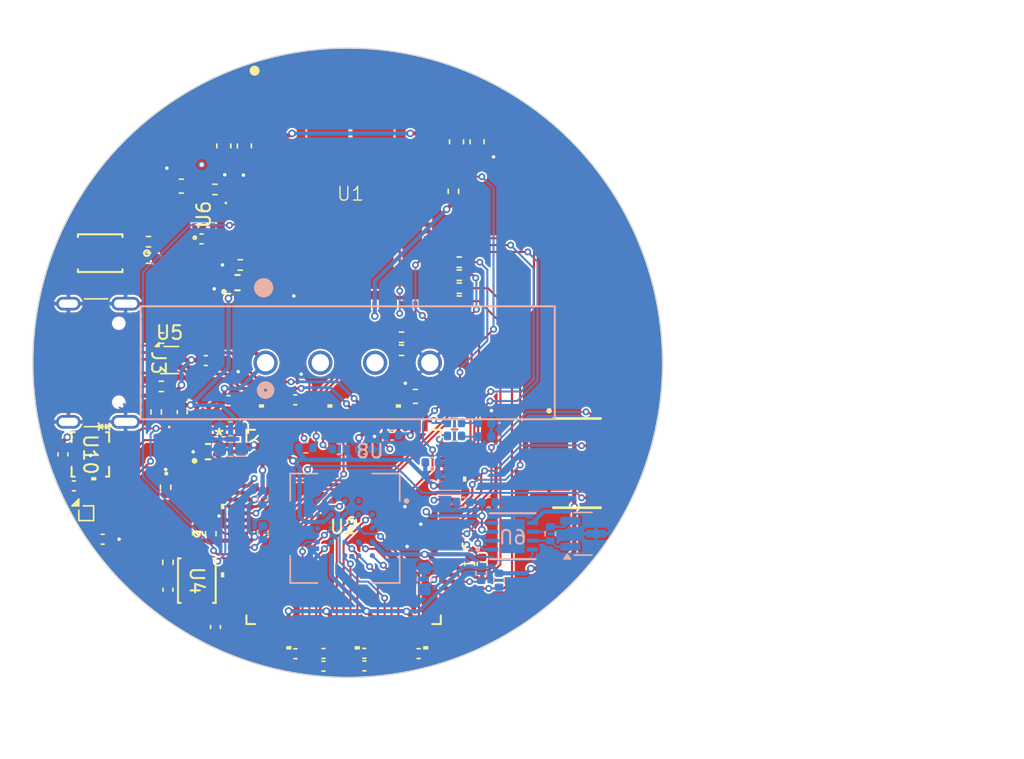
<source format=kicad_pcb>
(kicad_pcb (version 20240108) (generator "pcbnew") (generator_version "8.0")
  (title_block (title "EnchantiS3") (date "2024-02-09") (rev "v0.3"))
  (layers (0 "F.Cu" signal) (1 "In1.Cu" signal) (2 "In2.Cu" signal) (31 "B.Cu" signal) (34 "B.Paste" user) (35 "F.Paste" user) (36 "B.SilkS" user "B.Silkscreen") (37 "F.SilkS" user "F.Silkscreen") (38 "B.Mask" user) (39 "F.Mask" user) (44 "Edge.Cuts" user))
  (net 0 "")
  (net 1 "/VCAP")
  (net 2 "GND")
  (net 3 "+1V8")
  (net 4 "VUSB")
  (net 5 "/NRST")
  (net 6 "+3V3")
  (net 7 "/VUSB_33")
  (net 8 "Net-(PGLED1-K)")
  (net 9 "Net-(U2B-VREFP)")
  (net 10 "/EN_EXTCLOCK")
  (net 11 "/I2C2_SDA")
  (net 12 "/I2C2_SCL")
  (net 13 "/USBD-")
  (net 14 "/USBD+")
  (net 15 "/BOOT")
  (net 16 "Net-(STATLED1-A)")
  (net 17 "SYS")
  (net 18 "Net-(STATLED2-A)")
  (net 19 "/SDMMC_CMD")
  (net 20 "/SDMMC_CLK")
  (net 21 "/SDMMC_D3")
  (net 22 "/SDMMC_D2")
  (net 23 "/SDMMC_D1")
  (net 24 "/SDMMC_D0")
  (net 25 "/SDIO_CMD")
  (net 26 "/SDIO_CLK")
  (net 27 "/SPI_IO5")
  (net 29 "/NCLK")
  (net 30 "/OSC_IN")
  (net 31 "/NCS1")
  (net 33 "/INT#")
  (net 34 "/OSC32_IN")
  (net 35 "/DQS0")
  (net 37 "/SPI_IO4")
  (net 38 "/FDCAN1_RX")
  (net 40 "/NCS0")
  (net 41 "/CAN_H")
  (net 42 "/CAN_L")
  (net 43 "/SPI_IO6")
  (net 44 "/SWCLK")
  (net 45 "/SWDIO")
  (net 46 "/CAN_MODE")
  (net 47 "/SPI_IO0")
  (net 48 "/SPI_IO1")
  (net 49 "/SPI_IO2")
  (net 50 "/SPI_IO7")
  (net 51 "/I3C_SDA")
  (net 52 "/SPI_IO3")
  (net 53 "/FDCAN1_TX")
  (net 56 "/I3C_SCL")
  (net 57 "/CLK")
  (net 68 "/I2S6_CK{slash}SPI1_SCK")
  (net 70 "/I2S6_SDI{slash}SPI1_MISO")
  (net 71 "/I2S6_SDO{slash}SPI1_MOSI")
  (net 72 "/I2S6_WS{slash}SPI1_NSS")
  (net 73 "/I2S6_MCK")
  (net 78 "Net-(R14-Pad2)")
  (net 79 "/INT_LEDO")
  (net 80 "/INT_LEDB")
  (net 83 "Net-(PGLED1-A)")
  (net 84 "/BT_INTERFACE_SELECT")
  (net 85 "/SDIO_SELECT")
  (net 86 "/SDIO_DATA3")
  (net 87 "/SDIO_DATA2")
  (net 88 "/SDIO_DATA1")
  (net 89 "/SDIO_DATA0")
  (net 96 "/BT_UART4_RTS")
  (net 98 "/BT_UART4_RX")
  (net 100 "/BT_REG_ON")
  (net 105 "/BT_UART4_TX")
  (net 106 "/BT_DEV_WAKE")
  (net 107 "/BT_UART4_CTS")
  (net 108 "/WiFi_OSC32")
  (net 123 "/WL_REG_ON")
  (net 135 "/WL_DEV_WAKE")
  (net 141 "Net-(PGLED2-K)")
  (net 151 "/D+")
  (net 153 "Net-(J3-CC2)")
  (net 154 "Net-(J3-CC1)")
  (net 155 "/D-")
  (footprint "ENCHANTI_crystal-resonators:BGA4_SiT1532_SIT" (layer "F.Cu") (at 82.51 82.7)
    (property "Reference" "XTAL1" (hide yes))
    (property "Value" "SIT1552AC-JE-DCC-32.768E")
  )
  (footprint "Resistor_SMD:R_0402_1005Metric" (layer "F.Cu") (at 100.86 70.75)
    (property "Reference" "R25" (hide yes))
    (property "Value" "30")
  )
  (footprint "LED_SMD:LED_0402_1005Metric" (layer "F.Cu") (at 84.9 64.52)
    (property "Reference" "PGLED1" (hide yes))
    (property "Value" "PGLED1")
  )
  (footprint "Capacitor_SMD:C_0402_1005Metric" (layer "F.Cu") (at 88.89 97.47)
    (property "Reference" "C18" (hide yes))
    (property "Value" "0.1uF")
  )
  (footprint "Capacitor_SMD:C_0603_1608Metric" (layer "F.Cu") (at 85.16 60.35 -90)
    (property "Reference" "C5" (hide yes))
    (property "Value" "10uF")
  )
  (footprint "Package_TO_SOT_SMD:SOT-666" (layer "F.Cu") (at 79.7 76.0025)
    (property "Reference" "U5")
    (property "Value" "USBLC6-2P6")
  )
  (footprint "Capacitor_SMD:C_0402_1005Metric" (layer "F.Cu") (at 72.71 85.2 180)
    (property "Reference" "C32" (hide yes))
    (property "Value" "1uF")
  )
  (footprint "Capacitor_SMD:C_0402_1005Metric" (layer "F.Cu") (at 101.61 90.9 -90)
    (property "Reference" "C25" (hide yes))
    (property "Value" "0.1uF")
  )
  (footprint "Resistor_SMD:R_0402_1005Metric" (layer "F.Cu") (at 79.12 74.4 180)
    (property "Reference" "R26" (hide yes))
    (property "Value" "5k1")
  )
  (footprint "Resistor_SMD:R_0402_1005Metric" (layer "F.Cu") (at 78.72 79.8 90)
    (property "Reference" "R10" (hide yes))
    (property "Value" "1k")
  )
  (footprint "ENCHANTI_switches:B3U-1000P" (layer "F.Cu") (at 81.6904 92.1271 -90)
    (property "Reference" "U4")
    (property "Value" "B3U-1000P")
  )
  (footprint "ENCHANTI_mcus:LQFP-100_STM" (layer "F.Cu") (at 92.41 88.2)
    (property "Reference" "U2")
    (property "Value" "STM32H7R3V8T6")
  )
  (footprint "LED_SMD:LED_0402_1005Metric" (layer "F.Cu") (at 79.67 79.81 90)
    (property "Reference" "PGLED2" (hide yes))
    (property "Value" "S1")
  )
  (footprint "ENCHANTI_regulators:NCV8187AMT330TAG_ONS" (layer "F.Cu") (at 82.190001 65.357799 90)
    (property "Reference" "U6")
    (property "Value" "NCP187AMT330TAG")
  )
  (footprint "ENCHANTI_regulators:XDFN4_1X1_711AJ_ONS" (layer "F.Cu") (at 82.12 79.81)
    (property "Reference" "U3" (hide yes))
    (property "Value" "NCP167AMX180TBG")
  )
  (footprint "Resistor_SMD:R_0402_1005Metric" (layer "F.Cu") (at 96.64 75.29 180)
    (property "Reference" "R12" (hide yes))
    (property "Value" "30")
  )
  (footprint "Capacitor_SMD:C_0402_1005Metric" (layer "F.Cu") (at 74.81 89.1)
    (property "Reference" "C34" (hide yes))
    (property "Value" "0.1uF")
  )
  (footprint "Capacitor_SMD:C_0603_1608Metric" (layer "F.Cu") (at 97.65 78.66 180)
    (property "Reference" "C27" (hide yes))
    (property "Value" "4.7uF")
  )
  (footprint "Package_BGA:WLP-4_0.86x0.86mm_P0.4mm" (layer "F.Cu") (at 73.61 87.2)
    (property "Reference" "U12" (hide yes))
    (property "Value" "MMC5633NJL")
  )
  (footprint "Resistor_SMD:R_0402_1005Metric" (layer "F.Cu") (at 83.01 63.53)
    (property "Reference" "R11" (hide yes))
    (property "Value" "10k")
  )
  (footprint "Capacitor_SMD:C_0402_1005Metric" (layer "F.Cu") (at 71.91 82.9 -90)
    (property "Reference" "C37" (hide yes))
    (property "Value" "220nF")
  )
  (footprint "Capacitor_SMD:C_0402_1005Metric" (layer "F.Cu") (at 97.89 97.46)
    (property "Reference" "C22" (hide yes))
    (property "Value" "0.1uF")
  )
  (footprint "ENCHANTI_WiFi:Sona-IF573" (layer "F.Cu") (at 92.91 64.35)
    (property "Reference" "U1")
    (property "Value" "Sona-IF573")
  )
  (footprint "Capacitor_SMD:C_0603_1608Metric" (layer "F.Cu") (at 80.555 63.29 180)
    (property "Reference" "C20" (hide yes))
    (property "Value" "10uF")
  )
  (footprint "Resistor_SMD:R_0402_1005Metric" (layer "F.Cu") (at 79.58 90.79 -90)
    (property "Reference" "R5" (hide yes))
    (property "Value" "10k")
  )
  (footprint "Resistor_SMD:R_0402_1005Metric" (layer "F.Cu") (at 100.43 63.67 -90)
    (property "Reference" "R2" (hide yes))
    (property "Value" "10k")
  )
  (footprint "Connector_USB:USB_C_Receptacle_GCT_USB4105-xx-A_16P_TopMnt_Horizontal" (layer "F.Cu") (at 73.38 76.2 -90)
    (property "Reference" "J3")
    (property "Value" "USB_C_Receptacle_USB2.0")
  )
  (footprint "Capacitor_SMD:C_0402_1005Metric" (layer "F.Cu") (at 82.03 67.145598)
    (property "Reference" "C12" (hide yes))
    (property "Value" "1uF")
  )
  (footprint "Capacitor_SMD:C_0402_1005Metric" (layer "F.Cu") (at 90.94 98.38 180)
    (property "Reference" "C30" (hide yes))
    (property "Value" "0.1uF")
  )
  (footprint "Capacitor_SMD:C_0402_1005Metric" (layer "F.Cu") (at 90.94 97.45 180)
    (property "Reference" "C26" (hide yes))
    (property "Value" "0.1uF")
  )
  (footprint "Capacitor_SMD:C_0402_1005Metric" (layer "F.Cu") (at 83.05 95.52 -90)
    (property "Reference" "C28" (hide yes))
    (property "Value" "0.1uF")
  )
  (footprint "Resistor_SMD:R_0402_1005Metric" (layer "F.Cu") (at 96.64 74.34 180)
    (property "Reference" "R7" (hide yes))
    (property "Value" "30")
  )
  (footprint "Resistor_SMD:R_0402_1005Metric" (layer "F.Cu") (at 79.41 85.3 90)
    (property "Reference" "R9" (hide yes))
    (property "Value" "1k")
  )
  (footprint "Capacitor_SMD:C_0402_1005Metric" (layer "F.Cu") (at 102.53 90.91 -90)
    (property "Reference" "C21" (hide yes))
    (property "Value" "0.1uF")
  )
  (footprint "Capacitor_SMD:C_0603_1608Metric" (layer "F.Cu") (at 83.66 60.35 -90)
    (property "Reference" "C13" (hide yes))
    (property "Value" "10uF")
  )
  (footprint "ENCHANTI_switches:B3U-1000P" (layer "F.Cu") (at 74.63 68.19 180)
    (property "Reference" "U13" (hide yes))
    (property "Value" "B3U-1000P")
  )
  (footprint "ENCHANTI_MEMS:LGA14_2P5X3X0P91_TDK" (layer "F.Cu") (at 73.91 82.9 -90)
    (property "Reference" "U10")
    (property "Value" "ICM-42670-P")
  )
  (footprint "Resistor_SMD:R_0402_1005Metric" (layer "F.Cu") (at 78.16 67.3496 180)
    (property "Reference" "R8" (hide yes))
    (property "Value" "1k")
  )
  (footprint "Capacitor_SMD:C_0402_1005Metric" (layer "F.Cu") (at 93.92 97.44 180)
    (property "Reference" "C17" (hide yes))
    (property "Value" "0.1uF")
  )
  (footprint "Resistor_SMD:R_0402_1005Metric" (layer "F.Cu") (at 100.86 68.85)
    (property "Reference" "R6" (hide yes))
    (property "Value" "30")
  )
  (footprint "Capacitor_SMD:C_0402_1005Metric" (layer "F.Cu") (at 79.58 92.79 -90)
    (property "Reference" "C7" (hide yes))
    (property "Value" "1uF")
  )
  (footprint "Resistor_SMD:R_0402_1005Metric" (layer "F.Cu") (at 78.16 68.5496 180)
    (property "Reference" "R14" (hide yes))
    (property "Value" "10k")
  )
  (footprint "Resistor_SMD:R_0402_1005Metric" (layer "F.Cu") (at 100.86 71.7)
    (property "Reference" "R13" (hide yes))
    (property "Value" "30")
  )
  (footprint "ENCHANTI_crystal-resonators:BGA4_SiT1532_SIT" (layer "F.Cu") (at 84.660001 70.345)
    (property "Reference" "XTAL3" (hide yes))
    (property "Value" "SIT1552AC-JE-DCC-32.768E")
  )
  (footprint "Capacitor_SMD:C_0603_1608Metric" (layer "F.Cu") (at 102.16 60.05 -90)
    (property "Reference" "C3" (hide yes))
    (property "Value" "10uF")
  )
  (footprint "Resistor_SMD:R_0402_1005Metric" (layer "F.Cu") (at 84.86 69.05 180)
    (property "Reference" "R3" (hide yes))
    (property "Value" "10k")
  )
  (footprint "Capacitor_SMD:C_0402_1005Metric" (layer "F.Cu") (at 93.93 98.36 180)
    (property "Reference" "C11" (hide yes))
    (property "Value" "0.1uF")
  )
  (footprint "Capacitor_SMD:C_0402_1005Metric" (layer "F.Cu") (at 82.35 76.04)
    (property "Reference" "C23" (hide yes))
    (property "Value" "0.1uF")
  )
  (footprint "Resistor_SMD:R_0402_1005Metric" (layer "F.Cu") (at 79.1 77.93 180)
    (property "Reference" "R24" (hide yes))
    (property "Value" "5k1")
  )
  (footprint "Resistor_SMD:R_0402_1005Metric" (layer "F.Cu") (at 100.86 69.8)
    (property "Reference" "R4" (hide yes))
    (property "Value" "30")
  )
  (footprint "Capacitor_SMD:C_0402_1005Metric" (layer "F.Cu") (at 88.88 78.91)
    (property "Reference" "C10" (hide yes))
    (property "Value" "0.1uF")
  )
  (footprint "Capacitor_SMD:C_0603_1608Metric" (layer "F.Cu") (at 100.66 60.05 -90)
    (property "Reference" "C1" (hide yes))
    (property "Value" "10uF")
  )
  (footprint "Capacitor_SMD:C_0402_1005Metric" (layer "F.Cu") (at 80.62 79.81 -90)
    (property "Reference" "C6" (hide yes))
    (property "Value" "1uF")
  )
  (footprint "Capacitor_SMD:C_0402_1005Metric" (layer "F.Cu") (at 84 78.97)
    (property "Reference" "C4" (hide yes))
    (property "Value" "1uF")
  )
  (footprint "Capacitor_SMD:C_0402_1005Metric" (layer "F.Cu") (at 81.74 88.67 90)
    (property "Reference" "C9" (hide yes))
    (property "Value" "1uF")
  )
  (footprint "ENCHANTI_connectors:SAMTEC_FTSH-105-01-F-DV-P-TR" (layer "F.Cu") (at 109.46 83.5375 -90)
    (property "Reference" "J2" (hide yes))
    (property "Value" "Programming Header")
  )
  (footprint "Resistor_SMD:R_0402_1005Metric" (layer "F.Cu") (at 82.71 88.7 90)
    (property "Reference" "R1" (hide yes))
    (property "Value" "47")
  )
  (footprint "ENCHANTI_crystal-resonators:SON4_CS00119_SIT" (layer "F.Cu") (at 81.81 85.049999)
    (property "Reference" "XTAL2" (hide yes))
    (property "Value" "SIT1602AC-11-18S-24.000000D")
  )
  (footprint "Capacitor_SMD:C_0402_1005Metric" (layer "B.Cu") (at 101.15 86.39 180)
    (property "Reference" "C35" (hide yes))
    (property "Value" "1uF")
  )
  (footprint "LED_SMD:LED_0402_1005Metric" (layer "B.Cu") (at 102.71 80.6 180)
    (property "Reference" "STATLED1" (hide yes))
    (property "Value" "GENERAL STATUS")
  )
  (footprint "Capacitor_SMD:C_0402_1005Metric" (layer "B.Cu") (at 95.95 81.49 180)
    (property "Reference" "C29" (hide yes))
    (property "Value" "1uF")
  )
  (footprint "ENCHANTI_transceivers:VSON8-DRB_TEX" (layer "B.Cu") (at 104.7622 88.874999)
    (property "Reference" "U9")
    (property "Value" "TCAN3413DRBR")
  )
  (footprint "Resistor_SMD:R_0402_1005Metric" (layer "B.Cu") (at 102.46 91.6 -90)
    (property "Reference" "R22" (hide yes))
    (property "Value" "10k")
  )
  (footprint "Package_TO_SOT_SMD:SOT-23" (layer "B.Cu") (at 109.91 88.7)
    (property "Reference" "D1" (hide yes))
    (property "Value" "NUP2105L")
  )
  (footprint "Resistor_SMD:R_0402_1005Metric" (layer "B.Cu") (at 89.65 82.41)
    (property "Reference" "R17" (hide yes))
    (property "Value" "10k")
  )
  (footprint "Resistor_SMD:R_0402_1005Metric" (layer "B.Cu") (at 86.49 86.07 -90)
    (property "Reference" "R20" (hide yes))
    (property "Value" "10k")
  )
  (footprint "ENCHANTI_memory:BGA24C100P5X5_800X800X120" (layer "B.Cu") (at 92.51 88.3 180)
    (property "Reference" "U8")
    (property "Value" "S76HS512TC0BHB010")
  )
  (footprint "Resistor_SMD:R_0402_1005Metric" (layer "B.Cu") (at 100.51 80.6)
    (property "Reference" "R15" (hide yes))
    (property "Value" "1k")
  )
  (footprint "Capacitor_SMD:C_0603_1608Metric" (layer "B.Cu") (at 98.31 92 90)
    (property "Reference" "C2" (hide yes))
    (property "Value" "2.2uF")
  )
  (footprint "Resistor_SMD:R_0402_1005Metric" (layer "B.Cu") (at 107.51 88.7 -90)
    (property "Reference" "R18" (hide yes))
    (property "Value" "120")
  )
  (footprint "Capacitor_SMD:C_0603_1608Metric" (layer "B.Cu") (at 84.15 82.53 180)
    (property "Reference" "C15" (hide yes))
    (property "Value" "4.7uF")
  )
  (footprint "Resistor_SMD:R_0402_1005Metric" (layer "B.Cu") (at 86.51 88.61 -90)
    (property "Reference" "R19" (hide yes))
    (property "Value" "10k")
  )
  (footprint "Capacitor_SMD:C_0603_1608Metric" (layer "B.Cu") (at 84.15 81.03 180)
    (property "Reference" "C8" (hide yes))
    (property "Value" "4.7uF")
  )
  (footprint "Resistor_SMD:R_0402_1005Metric" (layer "B.Cu") (at 92.11 82.5 180)
    (property "Reference" "R21" (hide yes))
    (property "Value" "10k")
  )
  (footprint "Capacitor_SMD:C_0402_1005Metric" (layer "B.Cu") (at 94 82.52)
    (property "Reference" "C19" (hide yes))
    (property "Value" "0.1uF")
  )
  (footprint "Capacitor_SMD:C_0402_1005Metric" (layer "B.Cu") (at 98.86 83.49)
    (property "Reference" "C14" (hide yes))
    (property "Value" "1uF")
  )
  (footprint "LED_SMD:LED_0402_1005Metric" (layer "B.Cu") (at 102.71 81.6 180)
    (property "Reference" "STATLED2" (hide yes))
    (property "Value" "WIFISTATUS")
  )
  (footprint "Capacitor_SMD:C_0402_1005Metric" (layer "B.Cu") (at 98.86 84.41)
    (property "Reference" "C16" (hide yes))
    (property "Value" "0.1uF")
  )
  (footprint "Capacitor_SMD:C_0402_1005Metric" (layer "B.Cu") (at 103.01 86.4)
    (property "Reference" "C36" (hide yes))
    (property "Value" "0.1uF")
  )
  (footprint "Resistor_SMD:R_0402_1005Metric" (layer "B.Cu") (at 103.76 92.1 -90)
    (property "Reference" "R23" (hide yes))
    (property "Value" "10k")
  )
  (footprint "ENCHANTI_connectors:CONN_878-22-004-10-011101_MIM" (layer "B.Cu") (at 86.70925 76.2)
    (property "Reference" "J1" (hide yes))
    (property "Value" "878-22-004-10-011101")
  )
  (footprint "Resistor_SMD:R_0402_1005Metric" (layer "B.Cu") (at 100.51 81.55)
    (property "Reference" "R16" (hide yes))
    (property "Value" "1k")
  )
  (gr_circle (center 86.57 70.72) (end 87.222993 70.72) (stroke (width 0.1016)) (fill solid) (layer "B.SilkS"))
  (gr_circle (center 92.71 76.2) (end 115.71 76.3) (stroke (width 0.1)) (fill none) (layer "Edge.Cuts"))
  (segment (start 89.410001 80.4784) (end 89.410001 81.610001) (width 0.1524) (layer "F.Cu") (net 1))
  (segment (start 89.410001 81.610001) (end 89.52 81.72) (width 0.1524) (layer "F.Cu") (net 1))
  (segment (start 100.1316 91.700001) (end 99.369999 91.700001) (width 0.1524) (layer "F.Cu") (net 1))
  (segment (start 95.409999 82.119999) (end 95.79 82.5) (width 0.1524) (layer "F.Cu") (net 1))
  (segment (start 99.060001 86.199999) (end 100.1316 86.199999) (width 0.1524) (layer "F.Cu") (net 1))
  (segment (start 99.01 86.25) (end 99.060001 86.199999) (width 0.1524) (layer "F.Cu") (net 1))
  (segment (start 99.369999 91.700001) (end 99.01 92.06) (width 0.1524) (layer "F.Cu") (net 1))
  (segment (start 95.409999 80.4784) (end 95.409999 82.119999) (width 0.1524) (layer "F.Cu") (net 1))
  (via (at 89.52 81.72) (size 0.508) (drill 0.254) (layers "F.Cu" "B.Cu") (net 1))
  (via (at 99.01 86.25) (size 0.508) (drill 0.254) (layers "F.Cu" "B.Cu") (net 1))
  (via (at 95.79 82.5) (size 0.508) (drill 0.254) (layers "F.Cu" "B.Cu") (net 1))
  (via (at 99.01 92.06) (size 0.508) (drill 0.254) (layers "F.Cu" "B.Cu") (net 1))
  (segment (start 99.01 92.075) (end 98.31 92.775) (width 0.1524) (layer "B.Cu") (net 1))
  (segment (start 99.01 92.06) (end 99.01 92.075) (width 0.1524) (layer "B.Cu") (net 1))
  (segment (start 84.35 69.05) (end 83.56 69.05) (width 0.254) (layer "F.Cu") (net 2))
  (segment (start 94.0846 72.0254) (end 94.0846 72.4854) (width 0.254) (layer "F.Cu") (net 2))
  (segment (start 87.31 67.1) (end 86.61 67.1) (width 0.254) (layer "F.Cu") (net 2))
  (segment (start 87.31 69.6) (end 88.18 69.6) (width 0.254) (layer "F.Cu") (net 2))
  (segment (start 91.16 71.27) (end 91.14 71.25) (width 0.254) (layer "F.Cu") (net 2))
  (segment (start 82.83 76.04) (end 83.9 76.04) (width 0.254) (layer "F.Cu") (net 2))
  (segment (start 89.66 71.95) (end 89.66 71.19) (width 0.254) (layer "F.Cu") (net 2))
  (segment (start 91.16 72.55) (end 91.17 72.56) (width 0.254) (layer "F.Cu") (net 2))
  (segment (start 86.49 69.6) (end 86.46 69.63) (width 0.254) (layer "F.Cu") (net 2))
  (segment (start 98.529999 91.199999) (end 100.1316 91.199999) (width 0.254) (layer "F.Cu") (net 2))
  (segment (start 101.61 91.38) (end 101.429999 91.199999) (width 0.254) (layer "F.Cu") (net 2))
  (segment (start 73.41 86.38) (end 72.23 85.2) (width 0.254) (layer "F.Cu") (net 2))
  (segment (start 75.29 89.1) (end 76.01 89.1) (width 0.254) (layer "F.Cu") (net 2))
  (segment (start 84.6884 85.7) (end 82.860001 85.7) (width 0.254) (layer "F.Cu") (net 2))
  (segment (start 89.66 71.95) (end 89.66 72.68) (width 0.254) (layer "F.Cu") (net 2))
  (segment (start 88.13 68.6) (end 88.19 68.66) (width 0.254) (layer "F.Cu") (net 2))
  (segment (start 83.9 76.04) (end 84.71 76.85) (width 0.254) (layer "F.Cu") (net 2))
  (segment (start 79.41 84.79) (end 79.41 84) (width 0.254) (layer "F.Cu") (net 2))
  (segment (start 84.160002 70.55) (end 83.21 70.55) (width 0.254) (layer "F.Cu") (net 2))
  (segment (start 92.66 72.44) (end 92.7 72.48) (width 0.254) (layer "F.Cu") (net 2))
  (segment (start 87.31 65.6) (end 88.06 65.6) (width 0.254) (layer "F.Cu") (net 2))
  (segment (start 86.56 70.1) (end 86.46 70) (width 0.254) (layer "F.Cu") (net 2))
  (segment (start 87.31 70.1) (end 86.56 70.1) (width 0.254) (layer "F.Cu") (net 2))
  (segment (start 73.021 82.9) (end 73.021 83.399999) (width 0.254) (layer "F.Cu") (net 2))
  (segment (start 100.1316 91.199999) (end 101.809999 91.199999) (width 0.254) (layer "F.Cu") (net 2))
  (segment (start 81.635 82.495) (end 81.42 82.71) (width 0.254) (layer "F.Cu") (net 2))
  (segment (start 82.12 79.81) (end 81.64 80.29) (width 0.254) (layer "F.Cu") (net 2))
  (segment (start 89.66 72.68) (end 89.64 72.7) (width 0.254) (layer "F.Cu") (net 2))
  (segment (start 92.66 71.95) (end 92.66 72.44) (width 0.254) (layer "F.Cu") (net 2))
  (segment (start 86.61 67.1) (end 86.59 67.08) (width 0.254) (layer "F.Cu") (net 2))
  (segment (start 84.6884 88.2) (end 84.6884 87.699998) (width 0.254) (layer "F.Cu") (net 2))
  (segment (start 92.66 71.95) (end 92.66 71.31) (width 0.254) (layer "F.Cu") (net 2))
  (segment (start 96.875 77.745) (end 96.92 77.7) (width 0.254) (layer "F.Cu") (net 2))
  (segment (start 88.25 70.1) (end 88.26 70.09) (width 0.254) (layer "F.Cu") (net 2))
  (segment (start 83.62 70.14) (end 82.96 70.8) (width 0.254) (layer "F.Cu") (net 2))
  (segment (start 103.035 60.825) (end 103.36 61.15) (width 0.254) (layer "F.Cu") (net 2))
  (segment (start 87.31 69.6) (end 86.49 69.6) (width 0.254) (layer "F.Cu") (net 2))
  (segment (start 76.22 79.34) (end 76.21 79.35) (width 0.254) (layer "F.Cu") (net 2))
  (segment (start 77.06 79.34) (end 76.22 79.34) (width 0.254) (layer "F.Cu") (net 2))
  (segment (start 84.160002 70.14) (end 83.62 70.14) (width 0.254) (layer "F.Cu") (net 2))
  (segment (start 87.31 68.6) (end 86.51 68.6) (width 0.254) (layer "F.Cu") (net 2))
  (segment (start 84.6884 87.699998) (end 83.609998 87.699998) (width 0.254) (layer "F.Cu") (net 2))
  (segment (start 81.64 80.29) (end 80.62 80.29) (width 0.254) (layer "F.Cu") (net 2))
  (segment (start 92.66 71.31) (end 92.62 71.27) (width 0.254) (layer "F.Cu") (net 2))
  (segment (start 83.609998 87.699998) (end 83.31 87.4) (width 0.254) (layer "F.Cu") (net 2))
  (segment (start 87.31 67.1) (end 88.01 67.1) (width 0.254) (layer "F.Cu") (net 2))
  (segment (start 91.16 71.95) (end 91.16 71.27) (width 0.254) (layer "F.Cu") (net 2))
  (segment (start 96.875 78.66) (end 96.875 77.745) (width 0.254) (layer "F.Cu") (net 2))
  (segment (start 88.18 69.6) (end 88.19 69.59) (width 0.254) (layer "F.Cu") (net 2))
  (segment (start 94.0846 72.4854) (end 93.79 72.78) (width 0.254) (layer "F.Cu") (net 2))
  (segment (start 97.05 89.72) (end 98.529999 91.199999) (width 0.254) (layer "F.Cu") (net 2))
  (segment (start 96.910001 79.160001) (end 96.91 79.16) (width 0.254) (layer "F.Cu") (net 2))
  (segment (start 88.06 65.6) (end 88.09 65.57) (width 0.254) (layer "F.Cu") (net 2))
  (segment (start 101.429999 91.199999) (end 100.1316 91.199999) (width 0.254) (layer "F.Cu") (net 2))
  (segment (start 94.16 71.95) (end 94.0846 72.0254) (width 0.254) (layer "F.Cu") (net 2))
  (segment (start 87.31 70.1) (end 88.25 70.1) (width 0.254) (layer "F.Cu") (net 2))
  (segment (start 82.010001 82.495) (end 81.635 82.495) (width 0.254) (layer "F.Cu") (net 2))
  (segment (start 88.01 67.1) (end 88.04 67.13) (width 0.254) (layer "F.Cu") (net 2))
  (segment (start 91.16 72.55) (end 91.16 71.95) (width 0.254) (layer "F.Cu") (net 2))
  (segment (start 97.05 89.63) (end 97.05 89.72) (width 0.254) (layer "F.Cu") (net 2))
  (segment (start 87.31 68.6) (end 88.13 68.6) (width 0.254) (layer "F.Cu") (net 2))
  (segment (start 86.712 60.1) (end 86.36 60.452) (width 0.254) (layer "F.Cu") (net 2))
  (segment (start 94.16 71.26) (end 94.11 71.21) (width 0.254) (layer "F.Cu") (net 2))
  (segment (start 100.66 60.825) (end 103.035 60.825) (width 0.254) (layer "F.Cu") (net 2))
  (segment (start 83.21 70.55) (end 82.96 70.8) (width 0.254) (layer "F.Cu") (net 2))
  (segment (start 73.001001 83.38) (end 73.021 83.399999) (width 0.254) (layer "F.Cu") (net 2))
  (segment (start 96.910001 80.4784) (end 96.910001 79.160001) (width 0.254) (layer "F.Cu") (net 2))
  (segment (start 71.91 83.38) (end 73.001001 83.38) (width 0.254) (layer "F.Cu") (net 2))
  (segment (start 94.16 71.95) (end 94.16 71.26) (width 0.254) (layer "F.Cu") (net 2))
  (segment (start 73.41 87) (end 73.41 86.38) (width 0.254) (layer "F.Cu") (net 2))
  (segment (start 87.31 60.1) (end 86.712 60.1) (width 0.254) (layer "F.Cu") (net 2))
  (segment (start 82.860001 85.7) (end 82.760001 85.8) (width 0.254) (layer "F.Cu") (net 2))
  (via (at 103.36 61.15) (size 0.508) (drill 0.254) (layers "F.Cu" "B.Cu") (net 2))
  (via (at 73.92 82.97) (size 0.508) (drill 0.254) (layers "F.Cu" "B.Cu") (net 2))
  (via (at 96.89 86.72) (size 0.508) (drill 0.254) (layers "F.Cu" "B.Cu") (net 2))
  (via (at 79.41 84) (size 0.508) (drill 0.254) (layers "F.Cu" "B.Cu") (net 2))
  (via (at 82.96 70.8) (size 0.508) (drill 0.254) (layers "F.Cu" "B.Cu") (net 2))
  (via (at 84.71 76.85) (size 0.508) (drill 0.254) (layers "F.Cu" "B.Cu") (net 2))
  (via (at 96.92 77.7) (size 0.508) (drill 0.254) (layers "F.Cu" "B.Cu") (net 2))
  (via (at 103.21 79.7) (size 0.508) (drill 0.254) (layers "F.Cu" "B.Cu") (net 2))
  (via (at 83.56 69.05) (size 0.508) (drill 0.254) (layers "F.Cu" "B.Cu") (net 2))
  (via (at 97.05 89.63) (size 0.508) (drill 0.254) (layers "F.Cu" "B.Cu") (net 2))
  (via (at 81.42 82.71) (size 0.508) (drill 0.254) (layers "F.Cu" "B.Cu") (net 2))
  (via (at 83.73 62.46) (size 0.508) (drill 0.254) (layers "F.Cu" "B.Cu") (net 2))
  (via (at 85.09 62.484) (size 0.508) (drill 0.254) (layers "F.Cu" "B.Cu") (net 2))
  (via (at 76.21 79.35) (size 0.508) (drill 0.254) (layers "F.Cu" "B.Cu") (net 2))
  (via (at 98.05 88) (size 0.508) (drill 0.254) (layers "F.Cu" "B.Cu") (net 2))
  (via (at 83.31 87.4) (size 0.508) (drill 0.254) (layers "F.Cu" "B.Cu") (net 2))
  (via (at 76.01 89.1) (size 0.508) (drill 0.254) (layers "F.Cu" "B.Cu") (net 2))
  (via (at 79.502 61.976) (size 0.508) (drill 0.254) (layers "F.Cu" "B.Cu") (net 2))
  (via (at 94.670619 81.584803) (size 0.508) (drill 0.254) (layers "F.Cu" "B.Cu") (net 2))
  (segment (start 103.3144 89.2) (end 104.437199 89.2) (width 0.1524) (layer "B.Cu") (net 2))
  (segment (start 95.47 81.49) (end 94.765422 81.49) (width 0.254) (layer "B.Cu") (net 2))
  (segment (start 103.49 86.4) (end 104.31 86.4) (width 0.1524) (layer "B.Cu") (net 2))
  (segment (start 103.195 79.715) (end 103.21 79.7) (width 0.254) (layer "B.Cu") (net 2))
  (segment (start 104.7622 86.7522) (end 104.7622 88.874999) (width 0.1524) (layer "B.Cu") (net 2))
  (segment (start 94.765422 81.49) (end 94.670619 81.584803) (width 0.254) (layer "B.Cu") (net 2))
  (segment (start 104.437199 89.2) (end 104.7622 88.874999) (width 0.1524) (layer "B.Cu") (net 2))
  (segment (start 104.41 86.4) (end 104.7622 86.7522) (width 0.1524) (layer "B.Cu") (net 2))
  (segment (start 103.195 80.6) (end 103.195 79.715) (width 0.254) (layer "B.Cu") (net 2))
  (segment (start 103.195 81.6) (end 103.195 80.6) (width 0.254) (layer "B.Cu") (net 2))
  (segment (start 104.31 86.4) (end 104.41 86.4) (width 0.1524) (layer "B.Cu") (net 2))
  (segment (start 84.67 70.82) (end 84 71.49) (width 0.1524) (layer "F.Cu") (net 3))
  (segment (start 85.16 70.14) (end 84.91 70.14) (width 0.1524) (layer "F.Cu") (net 3))
  (segment (start 101.33 90.7) (end 101.61 90.42) (width 0.3048) (layer "F.Cu") (net 3))
  (segment (start 83.63 93.2) (end 84.6884 93.2) (width 0.3048) (layer "F.Cu") (net 3))
  (segment (start 79.58 90.28) (end 80.71 89.15) (width 0.3048) (layer "F.Cu") (net 3))
  (segment (start 88.394599 95.906199) (end 88.41 95.9216) (width 0.3048) (layer "F.Cu") (net 3))
  (segment (start 88.41 83.061) (end 88.709 83.36) (width 0.3048) (layer "F.Cu") (net 3))
  (segment (start 84.6884 89.200001) (end 82.719999 89.200001) (width 0.3048) (layer "F.Cu") (net 3))
  (segment (start 99.0902 90.7) (end 100.1316 90.7) (width 0.3048) (layer "F.Cu") (net 3))
  (segment (start 84.6884 86.199999) (end 85.909999 86.199999) (width 0.3048) (layer "F.Cu") (net 3))
  (segment (start 98.33 90.2054) (end 98.5956 90.2054) (width 0.3048) (layer "F.Cu") (net 3))
  (segment (start 85.91 86.2) (end 86.49 85.62) (width 0.3048) (layer "F.Cu") (net 3))
  (segment (start 108.03 91.24) (end 106.09 91.24) (width 0.3048) (layer "F.Cu") (net 3))
  (segment (start 87.548999 82.199999) (end 85.852 82.199999) (width 0.3048) (layer "F.Cu") (net 3))
  (segment (start 100.121599 85.19) (end 100.1316 85.200001) (width 0.3048) (layer "F.Cu") (net 3))
  (segment (start 84.6884 82.199999) (end 83.58 82.199999) (width 0.3048) (layer "F.Cu") (net 3))
  (segment (start 73.021 82.400001) (end 71.929999 82.400001) (width 0.254) (layer "F.Cu") (net 3))
  (segment (start 84.91 70.14) (end 84.67 70.38) (width 0.1524) (layer "F.Cu") (net 3))
  (segment (start 83.280001 81.9) (end 81.22 81.9) (width 0.3048) (layer "F.Cu") (net 3))
  (segment (start 80.71 89.15) (end 81.74 89.15) (width 0.3048) (layer "F.Cu") (net 3))
  (segment (start 72.76 84.28) (end 71.7 84.28) (width 0.254) (layer "F.Cu") (net 3))
  (segment (start 97.01 94.38) (end 97.41 94.78) (width 0.3048) (layer "F.Cu") (net 3))
  (segment (start 73.41 87.4) (end 73.41 87.7) (width 0.254) (layer "F.Cu") (net 3))
  (segment (start 97.41 97.46) (end 97.41 95.9216) (width 0.3048) (layer "F.Cu") (net 3))
  (segment (start 79.5764 79.29885) (end 81.23 79.29885) (width 0.3048) (layer "F.Cu") (net 3))
  (segment (start 81.8 89.21) (end 81.74 89.15) (width 0.3048) (layer "F.Cu") (net 3))
  (segment (start 102.53 90.43) (end 101.62 90.43) (width 0.3048) (layer "F.Cu") (net 3))
  (segment (start 73.61 88.38) (end 73.41 88.18) (width 0.3048) (layer "F.Cu") (net 3))
  (segment (start 83.05 93.78) (end 83.63 93.2) (width 0.3048) (layer "F.Cu") (net 3))
  (segment (start 94.41 98.36) (end 94.41 95.921601) (width 0.3048) (layer "F.Cu") (net 3))
  (segment (start 109.2621 81.3521) (end 109.2621 86.72) (width 0.3048) (layer "F.Cu") (net 3))
  (segment (start 71.91 81.96) (end 72.23 81.64) (width 0.3048) (layer "F.Cu") (net 3))
  (segment (start 83.58 82.199999) (end 83.2812 82.199999) (width 0.3048) (layer "F.Cu") (net 3))
  (segment (start 81.23 79.29885) (end 81.5263 79.29885) (width 0.3048) (layer "F.Cu") (net 3))
  (segment (start 82.719999 89.200001) (end 82.71 89.21) (width 0.3048) (layer "F.Cu") (net 3))
  (segment (start 71.19 83.77) (end 71.19 82.75) (width 0.254) (layer "F.Cu") (net 3))
  (segment (start 86.49 85.62) (end 86.49 84.06) (width 0.3048) (layer "F.Cu") (net 3))
  (segment (start 81.5263 79.29885) (end 81.70014 79.47269) (width 0.3048) (layer "F.Cu") (net 3))
  (segment (start 109.2621 90.0079) (end 108.03 91.24) (width 0.3048) (layer "F.Cu") (net 3))
  (segment (start 100.43 64.49) (end 100.43 64.18) (width 0.3048) (layer "F.Cu") (net 3))
  (segment (start 88.41 97.47) (end 85.48 97.47) (width 0.3048) (layer "F.Cu") (net 3))
  (segment (start 101.62 90.43) (end 101.61 90.42) (width 0.3048) (layer "F.Cu") (net 3))
  (segment (start 84.6884 82.199999) (end 85.852 82.199999) (width 0.3048) (layer "F.Cu") (net 3))
  (segment (start 85.627498 89.200001) (end 84.6884 89.200001) (width 0.3048) (layer "F.Cu") (net 3))
  (segment (start 71.7 84.28) (end 71.19 83.77) (width 0.254) (layer "F.Cu") (net 3))
  (segment (start 73.19 85.2) (end 73.19 84.71) (width 0.254) (layer "F.Cu") (net 3))
  (segment (start 82.71 89.21) (end 81.8 89.21) (width 0.3048) (layer "F.Cu") (net 3))
  (segment (start 88.394599 94.35) (end 88.394599 95.906199) (width 0.3048) (layer "F.Cu") (net 3))
  (segment (start 73.19 85.2) (end 73.19 84.060301) (width 0.254) (layer "F.Cu") (net 3))
  (segment (start 88.41 80.4784) (end 88.41 83.061) (width 0.3048) (layer "F.Cu") (net 3))
  (segment (start 91.409999 94.619999) (end 91.15 94.36) (width 0.3048) (layer "F.Cu") (net 3))
  (segment (start 98.99 85.19) (end 100.121599 85.19) (width 0.3048) (layer "F.Cu") (net 3))
  (segment (start 81.22 81.9) (end 80.859999 82.260001) (width 0.3048) (layer "F.Cu") (net 3))
  (segment (start 99.94 64.98) (end 100.43 64.49) (width 0.3048) (layer "F.Cu") (net 3))
  (segment (start 108.9075 80.9975) (end 109.2621 81.3521) (width 0.3048) (layer "F.Cu") (net 3))
  (segment (start 83.58 82.199999) (end 83.280001 81.9) (width 0.3048) (layer "F.Cu") (net 3))
  (segment (start 83.05 95.04) (end 83.05 93.78) (width 0.3048) (layer "F.Cu") (net 3))
  (segment (start 85.909999 86.199999) (end 85.91 86.2) (width 0.3048) (layer "F.Cu") (net 3))
  (segment (start 85.91 88.917499) (end 85.627498 89.200001) (width 0.3048) (layer "F.Cu") (net 3))
  (segment (start 91.42 95.931601) (end 91.409999 95.9216) (width 0.3048) (layer "F.Cu") (net 3))
  (segment (start 107.425 80.9975) (end 108.9075 80.9975) (width 0.3048) (layer "F.Cu") (net 3))
  (segment (start 94.410001 95.9216) (end 94.410001 94.690001) (width 0.3048) (layer "F.Cu") (net 3))
  (segment (start 71.52 82.42) (end 71.91 82.42) (width 0.254) (layer "F.Cu") (net 3))
  (segment (start 88.41 80.4784) (end 88.41 78.92) (width 0.3048) (layer "F.Cu") (net 3))
  (segment (start 83.2812 82.199999) (end 83.009999 82.4712) (width 0.3048) (layer "F.Cu") (net 3))
  (segment (start 109.2621 86.72) (end 109.2621 90.0079) (width 0.3048) (layer "F.Cu") (net 3))
  (segment (start 85.48 97.47) (end 83.05 95.04) (width 0.3048) (layer "F.Cu") (net 3))
  (segment (start 86.49 82.837999) (end 85.852 82.199999) (width 0.3048) (layer "F.Cu") (net 3))
  (segment (start 93.91 80.4784) (end 93.91 81.31) (width 0.3048) (layer "F.Cu") (net 3))
  (segment (start 88.41 97.47) (end 88.41 95.9216) (width 0.3048) (layer "F.Cu") (net 3))
  (segment (start 73.41 88.18) (end 74.33 89.1) (width 0.254) (layer "F.Cu") (net 3))
  (segment (start 86.49 84.06) (end 86.49 82.837999) (width 0.3048) (layer "F.Cu") (net 3))
  (segment (start 80.71 89.15) (end 79.94 88.38) (width 0.3048) (layer "F.Cu") (net 3))
  (segment (start 79.94 88.38) (end 73.61 88.38) (width 0.3048) (layer "F.Cu") (net 3))
  (segment (start 86.06717 86.2) (end 85.91 86.2) (width 0.3048) (layer "F.Cu") (net 3))
  (segment (start 80.859999 82.260001) (end 80.859999 84.299998) (width 0.3048) (layer "F.Cu") (net 3))
  (segment (start 93.91 81.31) (end 93.53 81.69) (width 0.3048) (layer "F.Cu") (net 3))
  (segment (start 97.41 94.78) (end 97.41 95.9216) (width 0.3048) (layer "F.Cu") (net 3))
  (segment (start 94.69 72.791597) (end 94.66 72.761597) (width 0.1524) (layer "F.Cu") (net 3))
  (segment (start 91.42 98.38) (end 91.42 95.931601) (width 0.3048) (layer "F.Cu") (net 3))
  (segment (start 88.41 78.92) (end 88.4 78.91) (width 0.3048) (layer "F.Cu") (net 3))
  (segment (start 71.929999 82.400001) (end 71.91 82.42) (width 0.254) (layer "F.Cu") (net 3))
  (segment (start 73.19 84.71) (end 72.76 84.28) (width 0.254) (layer "F.Cu") (net 3))
  (segment (start 98.5956 90.2054) (end 99.0902 90.7) (width 0.3048) (layer "F.Cu") (net 3))
  (segment (start 71.19 82.75) (end 71.52 82.42) (width 0.254) (layer "F.Cu") (net 3))
  (segment (start 84.67 70.38) (end 84.67 70.82) (width 0.1524) (layer "F.Cu") (net 3))
  (segment (start 94.66 72.761597) (end 94.66 71.95) (width 0.1524) (layer "F.Cu") (net 3))
  (segment (start 100.1316 90.7) (end 101.33 90.7) (width 0.3048) (layer "F.Cu") (net 3))
  (segment (start 73.19 84.060301) (end 73.159999 84.0303) (width 0.254) (layer "F.Cu") (net 3))
  (segment (start 91.409999 95.9216) (end 91.409999 94.619999) (width 0.3048) (layer "F.Cu") (net 3))
  (segment (start 71.91 82.42) (end 71.91 81.96) (width 0.3048) (layer "F.Cu") (net 3))
  (segment (start 94.410001 94.690001) (end 94.08 94.36) (width 0.3048) (layer "F.Cu") (net 3))
  (segment (start 94.41 95.921601) (end 94.410001 95.9216) (width 0.3048) (layer "F.Cu") (net 3))
  (segment (start 88.709 83.36) (end 87.548999 82.199999) (width 0.3048) (layer "F.Cu") (net 3))
  (segment (start 73.41 87.7) (end 73.41 88.18) (width 0.254) (layer "F.Cu") (net 3))
  (via (at 86.49 84.06) (size 0.5588) (drill 0.3048) (layers "F.Cu" "B.Cu") (net 3))
  (via (at 85.91 88.917499) (size 0.5588) (drill 0.3048) (layers "F.Cu" "B.Cu") (net 3))
  (via (at 99.94 64.98) (size 0.5588) (drill 0.3048) (layers "F.Cu" "B.Cu") (net 3))
  (via (at 88.394599 94.35) (size 0.5588) (drill 0.3048) (layers "F.Cu" "B.Cu") (net 3))
  (via (at 97.01 94.38) (size 0.5588) (drill 0.3048) (layers "F.Cu" "B.Cu") (net 3))
  (via (at 88.709 83.36) (size 0.5588) (drill 0.3048) (layers "F.Cu" "B.Cu") (net 3))
  (via (at 72.23 81.64) (size 0.5588) (drill 0.3048) (layers "F.Cu" "B.Cu") (net 3))
  (via (at 85.852 82.199999) (size 0.5588) (drill 0.3048) (layers "F.Cu" "B.Cu") (net 3))
  (via (at 94.69 72.791597) (size 0.5588) (drill 0.3048) (layers "F.Cu" "B.Cu") (net 3))
  (via (at 94.08 94.36) (size 0.5588) (drill 0.3048) (layers "F.Cu" "B.Cu") (net 3))
  (via (at 98.99 85.19) (size 0.5588) (drill 0.3048) (layers "F.Cu" "B.Cu") (net 3))
  (via (at 106.09 91.24) (size 0.5588) (drill 0.3048) (layers "F.Cu" "B.Cu") (net 3))
  (via (at 93.53 81.69) (size 0.5588) (drill 0.3048) (layers "F.Cu" "B.Cu") (net 3))
  (via (at 98.33 90.2054) (size 0.5588) (drill 0.3048) (layers "F.Cu" "B.Cu") (net 3))
  (via (at 91.15 94.36) (size 0.5588) (drill 0.3048) (layers "F.Cu" "B.Cu") (net 3))
  (via (at 109.2621 86.72) (size 0.5588) (drill 0.3048) (layers "F.Cu" "B.Cu") (net 3))
  (via (at 85.91 86.2) (size 0.5588) (drill 0.3048) (layers "F.Cu" "B.Cu") (net 3))
  (via (at 81.23 79.29885) (size 0.5588) (drill 0.3048) (layers "F.Cu" "B.Cu") (net 3))
  (via (at 84 71.49) (size 0.5588) (drill 0.3048) (layers "F.Cu" "B.Cu") (net 3))
  (segment (start 108.9021 87.08) (end 109.2621 86.72) (width 0.3048) (layer "B.Cu") (net 3))
  (segment (start 85.09 80.9) (end 84.17 79.98) (width 0.3048) (layer "B.Cu") (net 3))
  (segment (start 106.09 91.24) (end 105.74 91.59) (width 0.3048) (layer "B.Cu") (net 3))
  (segment (start 89.14 82.41) (end 89.14 82.78) (width 0.3048) (layer "B.Cu") (net 3))
  (segment (start 98.984 85.196) (end 98.99 85.19) (width 0.3048) (layer "B.Cu") (net 3))
  (segment (start 93.92 83.2964) (end 96.6136 83.2964) (width 0.3048) (layer "B.Cu") (net 3))
  (segment (start 105.74 91.59) (end 103.76 91.59) (width 0.3048) (layer "B.Cu") (net 3))
  (segment (start 93.56 83.2964) (end 93.0764 83.2964) (width 0.3048) (layer "B.Cu") (net 3))
  (segment (start 91.15 94.36) (end 88.404599 94.36) (width 0.3048) (layer "B.Cu") (net 3))
  (segment (start 97.09 83.29) (end 98.99 85.19) (width 0.3048) (layer "B.Cu") (net 3))
  (segment (start 101.5754 90.2054) (end 98.33 90.2054) (width 0.3048) (layer "B.Cu") (net 3))
  (segment (start 88.709 83.36) (end 88.7726 83.2964) (width 0.3048) (layer "B.Cu") (net 3))
  (segment (start 81.23 79.29885) (end 83.48885 79.29885) (width 0.3048) (layer "B.Cu") (net 3))
  (segment (start 90.9764 87.8336) (end 91.51 87.3) (width 0.3048) (layer "B.Cu") (net 3))
  (segment (start 93.0764 83.2964) (end 92.62 82.84) (width 0.3048) (layer "B.Cu") (net 3))
  (segment (start 97.902392 94.38) (end 101.192392 91.09) (width 0.3048) (layer "B.Cu") (net 3))
  (segment (start 107.03 87.08) (end 108.9021 87.08) (width 0.3048) (layer "B.Cu") (net 3))
  (segment (start 93.52 82.52) (end 93.52 82.8964) (width 0.3048) (layer "B.Cu") (net 3))
  (segment (start 86.49 85.62) (end 85.91 86.2) (width 0.3048) (layer "B.Cu") (net 3))
  (segment (start 95.4154 90.2054) (end 94.51 89.3) (width 0.3048) (layer "B.Cu") (net 3))
  (segment (start 102.46 91.09) (end 101.5754 90.2054) (width 0.3048) (layer "B.Cu") (net 3))
  (segment (start 103.71 91.5) (end 103.29 91.08) (width 0.3048) (layer "B.Cu") (net 3))
  (segment (start 84 76.528) (end 84 71.49) (width 0.3048) (layer "B.Cu") (net 3))
  (segment (start 93.92 83.2964) (end 93.16 83.2964) (width 0.3048) (layer "B.Cu") (net 3))
  (segment (start 85.91 88.917499) (end 85.4746 88.482099) (width 0.3048) (layer "B.Cu") (net 3))
  (segment (start 86.51 88.20738) (end 85.9086 88.80878) (width 0.3048) (layer "B.Cu") (net 3))
  (segment (start 96.6136 83.2964) (end 96.62 83.29) (width 0.3048) (layer "B.Cu") (net 3))
  (segment (start 96.99 94.36) (end 94.08 94.36) (width 0.3048) (layer "B.Cu") (net 3))
  (segment (start 85.4746 86.6354) (end 85.91 86.2) (width 0.3048) (layer "B.Cu") (net 3))
  (segment (start 88.404599 94.36) (end 88.394599 94.35) (width 0.3048) (layer "B.Cu") (net 3))
  (segment (start 85.521999 82.53) (end 85.852 82.199999) (width 0.3048) (layer "B.Cu") (net 3))
  (segment (start 93.52 82.8964) (end 93.92 83.2964) (width 0.3048) (layer "B.Cu") (net 3))
  (segment (start 89.2 87.4536) (end 89.58 87.8336) (width 0.3048) (layer "B.Cu") (net 3))
  (segment (start 88.7726 83.2964) (end 90.3 83.2964) (width 0.3048) (layer "B.Cu") (net 3))
  (segment (start 86.49 85.56) (end 86.49 85.62) (width 0.3048) (layer "B.Cu") (net 3))
  (segment (start 86.49 84.06) (end 86.37 84.06) (width 0.3048) (layer "B.Cu") (net 3))
  (segment (start 101.192392 91.09) (end 102.46 91.09) (width 0.3048) (layer "B.Cu") (net 3))
  (segment (start 106.21 87.9) (end 107.03 87.08) (width 0.3048) (layer "B.Cu") (net 3))
  (segment (start 88.709 83.36) (end 89.2 83.851) (width 0.3048) (layer "B.Cu") (net 3))
  (segment (start 89.2 83.851) (end 89.2 87.4536) (width 0.3048) (layer "B.Cu") (net 3))
  (segment (start 98.38 84.41) (end 98.38 83.49) (width 0.3048) (layer "B.Cu") (net 3))
  (segment (start 85.4746 88.482099) (end 85.4746 86.6354) (width 0.3048) (layer "B.Cu") (net 3))
  (segment (start 103.29 91.08) (end 102.41 91.08) (width 0.3048) (layer "B.Cu") (net 3))
  (segment (start 97.01 94.38) (end 96.99 94.36) (width 0.3048) (layer "B.Cu") (net 3))
  (segment (start 83.48885 79.29885) (end 84.17 79.98) (width 0.3048) (layer "B.Cu") (net 3))
  (segment (start 85.91 88.917499) (end 85.91 88.9) (width 0.3048) (layer "B.Cu") (net 3))
  (segment (start 98.33 90.2054) (end 95.4154 90.2054) (width 0.3048) (layer "B.Cu") (net 3))
  (segment (start 86.49 84.06) (end 86.49 85.56) (width 0.3048) (layer "B.Cu") (net 3))
  (segment (start 93.53 81.69) (end 93.53 82.51) (width 0.3048) (layer "B.Cu") (net 3))
  (segment (start 94.69 72.791597) (end 94.69 70.23) (width 0.3048) (layer "B.Cu") (net 3))
  (segment (start 96.62 83.29) (end 97.09 83.29) (width 0.3048) (layer "B.Cu") (net 3))
  (segment (start 94.69 70.23) (end 99.94 64.98) (width 0.3048) (layer "B.Cu") (net 3))
  (segment (start 92.62 82.84) (end 92.62 82.5) (width 0.3048) (layer "B.Cu") (net 3))
  (segment (start 84.925 82.53) (end 85.521999 82.53) (width 0.3048) (layer "B.Cu") (net 3))
  (segment (start 93.53 82.51) (end 93.52 82.52) (width 0.3048) (layer "B.Cu") (net 3))
  (segment (start 103.71 91.68) (end 103.71 91.5) (width 0.3048) (layer "B.Cu") (net 3))
  (segment (start 91.51 90.3) (end 91.51 91.79) (width 0.3048) (layer "B.Cu") (net 3))
  (segment (start 90.3 83.2964) (end 93.16 83.2964) (width 0.3048) (layer "B.Cu") (net 3))
  (segment (start 86.51 88.1) (end 86.51 88.20738) (width 0.3048) (layer "B.Cu") (net 3))
  (segment (start 82.042 78.486) (end 84 76.528) (width 0.3048) (layer "B.Cu") (net 3))
  (segment (start 97.01 94.38) (end 97.902392 94.38) (width 0.3048) (layer "B.Cu") (net 3))
  (segment (start 89.14 82.78) (end 89.6564 83.2964) (width 0.3048) (layer "B.Cu") (net 3))
  (segment (start 82.042 78.48685) (end 81.23 79.29885) (width 0.3048) (layer "B.Cu") (net 3))
  (segment (start 85.09 82.78) (end 85.09 80.9) (width 0.3048) (layer "B.Cu") (net 3))
  (segment (start 94.08 94.36) (end 91.15 94.36) (width 0.3048) (layer "B.Cu") (net 3))
  (segment (start 89.6564 83.2964) (end 90.3 83.2964) (width 0.3048) (layer "B.Cu") (net 3))
  (segment (start 91.51 91.79) (end 94.08 94.36) (width 0.3048) (layer "B.Cu") (net 3))
  (segment (start 89.58 87.8336) (end 90.9764 87.8336) (width 0.3048) (layer "B.Cu") (net 3))
  (segment (start 82.042 78.486) (end 82.042 78.48685) (width 0.3048) (layer "B.Cu") (net 3))
  (segment (start 98.425 78.66) (end 98.425 78.945) (width 0.254) (layer "F.Cu") (net 4))
  (segment (start 81.31 76.01) (end 81.29 75.99) (width 0.3048) (layer "F.Cu") (net 4))
  (segment (start 77.06 73.8) (end 76.485001 73.8) (width 0.3048) (layer "F.Cu") (net 4))
  (segment (start 79.85262 78.6) (end 77.06 78.6) (width 0.3048) (layer "F.Cu") (net 4))
  (segment (start 98.425 78.945) (end 97.909999 79.460001) (width 0.254) (layer "F.Cu") (net 4))
  (segment (start 81.29 75.99) (end 81.2775 76.0025) (width 0.3048) (layer "F.Cu") (net 4))
  (segment (start 76.253162 78.4426) (end 76.410562 78.6) (width 0.3048) (layer "F.Cu") (net 4))
  (segment (start 80.57 77.88262) (end 79.85262 78.6) (width 0.3048) (layer "F.Cu") (net 4))
  (segment (start 98.65 78.435) (end 98.425 78.66) (width 0.254) (layer "F.Cu") (net 4))
  (segment (start 75.69 77.92) (end 76.2126 78.4426) (width 0.3048) (layer "F.Cu") (net 4))
  (segment (start 81.65 76.01) (end 81.31 76.01) (width 0.3048) (layer "F.Cu") (net 4))
  (segment (start 97.909999 79.460001) (end 97.909999 80.4784) (width 0.254) (layer "F.Cu") (net 4))
  (segment (start 75.69 74.595001) (end 75.69 77.92) (width 0.3048) (layer "F.Cu") (net 4))
  (segment (start 76.410562 78.6) (end 77.06 78.6) (width 0.3048) (layer "F.Cu") (net 4))
  (segment (start 81.2775 76.0025) (end 80.625 76.0025) (width 0.3048) (layer "F.Cu") (net 4))
  (segment (start 80.57 77.83) (end 80.57 77.88262) (width 0.3048) (layer "F.Cu") (net 4))
  (segment (start 76.485001 73.8) (end 75.69 74.595001) (width 0.3048) (layer "F.Cu") (net 4))
  (segment (start 76.2126 78.4426) (end 76.253162 78.4426) (width 0.3048) (layer "F.Cu") (net 4))
  (via (at 80.57 77.83) (size 0.5588) (drill 0.3048) (layers "F.Cu" "B.Cu") (net 4))
  (via (at 81.29 75.99) (size 0.5588) (drill 0.3048) (layers "F.Cu" "B.Cu") (net 4))
  (segment (start 80.57 76.71) (end 80.57 77.83) (width 0.3048) (layer "B.Cu") (net 4))
  (segment (start 81.29 75.99) (end 80.57 76.71) (width 0.3048) (layer "B.Cu") (net 4))
  (segment (start 79.58 91.3) (end 79.58 92.31) (width 0.1524) (layer "F.Cu") (net 5))
  (segment (start 82.947098 90.427098) (end 83.23 90.71) (width 0.1524) (layer "F.Cu") (net 5))
  (segment (start 85.78 84.75) (end 85.78 84.895099) (width 0.1524) (layer "F.Cu") (net 5))
  (segment (start 85.78 84.895099) (end 85.475098 85.200001) (width 0.1524) (layer "F.Cu") (net 5))
  (segment (start 81.6904 90.427098) (end 82.947098 90.427098) (width 0.1524) (layer "F.Cu") (net 5))
  (segment (start 85.475098 85.200001) (end 84.6884 85.200001) (width 0.1524) (layer "F.Cu") (net 5))
  (segment (start 85.87 84.66) (end 85.78 84.75) (width 0.1524) (layer "F.Cu") (net 5))
  (segment (start 80.452902 90.427098) (end 79.58 91.3) (width 0.1524) (layer "F.Cu") (net 5))
  (segment (start 81.6904 90.427098) (end 80.452902 90.427098) (width 0.1524) (layer "F.Cu") (net 5))
  (segment (start 109.805 86.0775) (end 111.495 86.0775) (width 0.1524) (layer "F.Cu") (net 5))
  (segment (start 109.7975 86.07) (end 109.805 86.0775) (width 0.1524) (layer "F.Cu") (net 5))
  (via (at 83.23 90.71) (size 0.508) (drill 0.254) (layers "F.Cu" "B.Cu") (net 5))
  (via (at 85.87 84.66) (size 0.508) (drill 0.254) (layers "F.Cu" "B.Cu") (net 5))
  (via (at 89.78 84) (size 0.508) (drill 0.254) (layers "F.Cu" "B.Cu") (net 5))
  (via (at 109.7975 86.07) (size 0.508) (drill 0.254) (layers "F.Cu" "B.Cu") (net 5))
  (segment (start 83.7692 86.7608) (end 85.87 84.66) (width 0.1524) (layer "B.Cu") (net 5))
  (segment (start 98.1612 85.7112) (end 96.2 83.75) (width 0.1524) (layer "B.Cu") (net 5))
  (segment (start 92.58 83.75) (end 90.03 83.75) (width 0.1524) (layer "B.Cu") (net 5))
  (segment (start 96.2 83.75) (end 92.58 83.75) (width 0.1524) (layer "B.Cu") (net 5))
  (segment (start 90.03 83.75) (end 89.78 84) (width 0.1524) (layer "B.Cu") (net 5))
  (segment (start 109.7975 86.07) (end 109.4387 85.7112) (width 0.1524) (layer "B.Cu") (net 5))
  (segment (start 92.65 83.75) (end 92.650594 83.75) (width 0.1524) (layer "B.Cu") (net 5))
  (segment (start 92.65 83.75) (end 92.58 83.75) (width 0.1524) (layer "B.Cu") (net 5))
  (segment (start 83.7692 90.1708) (end 83.7692 86.7608) (width 0.1524) (layer "B.Cu") (net 5))
  (segment (start 83.23 90.71) (end 83.7692 90.1708) (width 0.1524) (layer "B.Cu") (net 5))
  (segment (start 109.4387 85.7112) (end 98.1612 85.7112) (width 0.1524) (layer "B.Cu") (net 5))
  (segment (start 98.835 59.275) (end 98.51 59.6) (width 0.3048) (layer "F.Cu") (net 6))
  (segment (start 86.835 59.575) (end 87.31 59.1) (width 0.3048) (layer "F.Cu") (net 6))
  (segment (start 86.86 59.6) (end 86.835 59.575) (width 0.3048) (layer "F.Cu") (net 6))
  (segment (start 88.507 59.575) (end 88.646 59.436) (width 0.3048) (layer "F.Cu") (net 6))
  (segment (start 87.31 59.6) (end 86.86 59.6) (width 0.3048) (layer "F.Cu") (net 6))
  (segment (start 102.16 59.275) (end 98.835 59.275) (width 0.3048) (layer "F.Cu") (net 6))
  (segment (start 98.674 59.436) (end 98.835 59.275) (width 0.3048) (layer "F.Cu") (net 6))
  (segment (start 82.190001 63.839999) (end 82.190001 64.530299) (width 0.3048) (layer "F.Cu") (net 6))
  (segment (start 102.51 88.4) (end 102.51 87.4) (width 0.1524) (layer "F.Cu") (net 6))
  (segment (start 82.5 63.53) (end 82.190001 63.839999) (width 0.3048) (layer "F.Cu") (net 6))
  (segment (start 83.66 59.575) (end 86.835 59.575) (width 0.3048) (layer "F.Cu") (net 6))
  (segment (start 85.16 59.575) (end 88.507 59.575) (width 0.3048) (layer "F.Cu") (net 6))
  (segment (start 81.33 63.29) (end 81.33 64.320297) (width 0.3048) (layer "F.Cu") (net 6))
  (segment (start 82.190001 64.535598) (end 81.540002 64.535598) (width 0.254) (layer "F.Cu") (net 6))
  (segment (start 81.33 64.320297) (end 81.540002 64.530299) (width 0.3048) (layer "F.Cu") (net 6))
  (segment (start 98.66 59.1) (end 98.835 59.275) (width 0.3048) (layer "F.Cu") (net 6))
  (segment (start 97.282 59.436) (end 98.674 59.436) (width 0.3048) (layer "F.Cu") (net 6))
  (segment (start 98.51 59.1) (end 98.66 59.1) (width 0.3048) (layer "F.Cu") (net 6))
  (via (at 82.042 61.722) (size 0.5588) (drill 0.3048) (layers "F.Cu" "B.Cu") (net 6))
  (via (at 102.51 88.4) (size 0.5588) (drill 0.3048) (layers "F.Cu" "B.Cu") (net 6))
  (via (at 88.646 59.436) (size 0.5588) (drill 0.3048) (layers "F.Cu" "B.Cu") (net 6))
  (via (at 102.51 87.4) (size 0.5588) (drill 0.3048) (layers "F.Cu" "B.Cu") (net 6))
  (via (at 97.282 59.436) (size 0.5588) (drill 0.3048) (layers "F.Cu" "B.Cu") (net 6))
  (via (at 98.445 87.085) (size 0.5588) (drill 0.3048) (layers "F.Cu" "B.Cu") (net 6))
  (segment (start 103.3144 88.549998) (end 102.659998 88.549998) (width 0.1524) (layer "B.Cu") (net 6))
  (segment (start 88.646 59.436) (end 97.282 59.436) (width 0.3048) (layer "B.Cu") (net 6))
  (segment (start 101.63 86.39) (end 102.52 86.39) (width 0.3048) (layer "B.Cu") (net 6))
  (segment (start 102.53 86.4) (end 102.53 87.38) (width 0.1524) (layer "B.Cu") (net 6))
  (segment (start 102.52 86.39) (end 102.53 86.4) (width 0.3048) (layer "B.Cu") (net 6))
  (segment (start 98.76 87.4) (end 102.51 87.4) (width 0.254) (layer "B.Cu") (net 6))
  (segment (start 98.445 87.085) (end 98.76 87.4) (width 0.254) (layer "B.Cu") (net 6))
  (segment (start 102.53 87.38) (end 102.51 87.4) (width 0.1524) (layer "B.Cu") (net 6))
  (segment (start 102.659998 88.549998) (end 102.51 88.4) (width 0.1524) (layer "B.Cu") (net 6))
  (segment (start 97.41 81.391708) (end 97.41 80.4784) (width 0.254) (layer "F.Cu") (net 7))
  (segment (start 97.282839 81.518869) (end 97.41 81.391708) (width 0.254) (layer "F.Cu") (net 7))
  (via (at 97.282839 81.518869) (size 0.508) (drill 0.254) (layers "F.Cu" "B.Cu") (net 7))
  (segment (start 96.57 81.41) (end 97.17397 81.41) (width 0.254) (layer "B.Cu") (net 7))
  (segment (start 97.17397 81.41) (end 97.282839 81.518869) (width 0.254) (layer "B.Cu") (net 7))
  (segment (start 82.855598 64.52) (end 82.84 64.535598) (width 0.1524) (layer "F.Cu") (net 8))
  (segment (start 84.415 64.52) (end 82.855598 64.52) (width 0.1524) (layer "F.Cu") (net 8))
  (segment (start 84.6884 88.699999) (end 83.709999 88.699999) (width 0.1524) (layer "F.Cu") (net 9))
  (segment (start 83.2 88.19) (end 82.71 88.19) (width 0.1524) (layer "F.Cu") (net 9))
  (segment (start 83.709999 88.699999) (end 83.2 88.19) (width 0.1524) (layer "F.Cu") (net 9))
  (segment (start 80.859999 85.8) (end 79.42 85.8) (width 0.1524) (layer "F.Cu") (net 10))
  (segment (start 81.759999 86.7) (end 80.859999 85.8) (width 0.1524) (layer "F.Cu") (net 10))
  (segment (start 79.42 85.8) (end 79.41 85.81) (width 0.1524) (layer "F.Cu") (net 10))
  (segment (start 84.6884 86.7) (end 81.759999 86.7) (width 0.1524) (layer "F.Cu") (net 10))
  (segment (start 84.185 75.465) (end 86.32 77.6) (width 0.2) (layer "F.Cu") (net 13))
  (segment (start 93.410001 79.040001) (end 93.18 78.81) (width 0.2) (layer "F.Cu") (net 13))
  (segment (start 86.32 77.6) (end 88.57 77.6) (width 0.2) (layer "F.Cu") (net 13))
  (segment (start 80.55 75.465) (end 84.185 75.465) (width 0.2) (layer "F.Cu") (net 13))
  (segment (start 93.410001 80.4784) (end 93.410001 79.040001) (width 0.2) (layer "F.Cu") (net 13))
  (via (at 88.57 77.6) (size 0.508) (drill 0.254) (layers "F.Cu" "B.Cu") (net 13))
  (via (at 93.18 78.81) (size 0.508) (drill 0.254) (layers "F.Cu" "B.Cu") (net 13))
  (segment (start 88.576571 77.593429) (end 90.163429 77.593429) (width 0.2) (layer "B.Cu") (net 13))
  (segment (start 91.97 77.6) (end 89.39 77.6) (width 0.2) (layer "B.Cu") (net 13))
  (segment (start 93.18 78.81) (end 91.97 77.6) (width 0.2) (layer "B.Cu") (net 13))
  (segment (start 90.163429 77.593429) (end 90.17 77.6) (width 0.2) (layer "B.Cu") (net 13))
  (segment (start 88.57 77.6) (end 88.576571 77.593429) (width 0.2) (layer "B.Cu") (net 13))
  (segment (start 84.903 78.083) (end 83.84 77.02) (width 0.2) (layer "F.Cu") (net 14))
  (segment (start 83.84 77.02) (end 81.03 77.02) (width 0.2) (layer "F.Cu") (net 14))
  (segment (start 92.909999 79.479999) (end 92.909999 80.4784) (width 0.2) (layer "F.Cu") (net 14))
  (segment (start 92.62 79.19) (end 92.909999 79.479999) (width 0.2) (layer "F.Cu") (net 14))
  (segment (start 89.304024 78.083) (end 84.903 78.083) (width 0.2) (layer "F.Cu") (net 14))
  (segment (start 81.03 77.02) (end 80.55 76.54) (width 0.2) (layer "F.Cu") (net 14))
  (segment (start 89.310595 78.076429) (end 89.304024 78.083) (width 0.2) (layer "F.Cu") (net 14))
  (via (at 89.310595 78.076429) (size 0.508) (drill 0.254) (layers "F.Cu" "B.Cu") (net 14))
  (via (at 92.62 79.19) (size 0.508) (drill 0.254) (layers "F.Cu" "B.Cu") (net 14))
  (segment (start 89.310595 78.076429) (end 89.367024 78.02) (width 0.2) (layer "B.Cu") (net 14))
  (segment (start 89.367024 78.02) (end 91.45 78.02) (width 0.2) (layer "B.Cu") (net 14))
  (segment (start 91.45 78.02) (end 92.62 79.19) (width 0.2) (layer "B.Cu") (net 14))
  (segment (start 102.225 80.6) (end 101.02 80.6) (width 0.1524) (layer "B.Cu") (net 16))
  (segment (start 81.545301 66.185299) (end 81.540002 66.185299) (width 0.3048) (layer "F.Cu") (net 17))
  (segment (start 83.71 78.08) (end 83.71 78.78) (width 0.3048) (layer "F.Cu") (net 17))
  (segment (start 83.52 79.16717) (end 82.53986 80.14731) (width 0.3048) (layer "F.Cu") (net 17))
  (segment (start 83.71 78.78) (end 83.52 78.97) (width 0.3048) (layer "F.Cu") (net 17))
  (segment (start 81.55 66.189998) (end 81.545301 66.185299) (width 0.3048) (layer "F.Cu") (net 17))
  (segment (start 82.676415 71.273585) (end 82.676415 72.167165) (width 0.3048) (layer "F.Cu") (net 17))
  (segment (start 81.55 67.145598) (end 81.55 66.8253) (width 0.3048) (layer "F.Cu") (net 17))
  (segment (start 81.55 67.145598) (end 81.55 66.189998) (width 0.3048) (layer "F.Cu") (net 17))
  (segment (start 81.55 67.145598) (end 81.57 67.165598) (width 0.3048) (layer "F.Cu") (net 17))
  (segment (start 81.55 67.145598) (end 81.55 70.14717) (width 0.3048) (layer "F.Cu") (net 17))
  (segment (start 83.04255 78.97) (end 82.53986 79.47269) (width 0.3048) (layer "F.Cu") (net 17))
  (segment (start 82.676415 72.167165) (end 86.70925 76.2) (width 0.3048) (layer "F.Cu") (net 17))
  (segment (start 81.55 70.14717) (end 82.676415 71.273585) (width 0.3048) (layer "F.Cu") (net 17))
  (segment (start 83.52 78.97) (end 83.04255 78.97) (width 0.3048) (layer "F.Cu") (net 17))
  (segment (start 83.52 78.97) (end 83.52 79.16717) (width 0.3048) (layer "F.Cu") (net 17))
  (segment (start 81.55 66.8253) (end 82.190001 66.185299) (width 0.3048) (layer "F.Cu") (net 17))
  (via (at 83.71 78.08) (size 0.5588) (drill 0.3048) (layers "F.Cu" "B.Cu") (net 17))
  (segment (start 86.70925 76.2) (end 84.82925 78.08) (width 0.3048) (layer "B.Cu") (net 17))
  (segment (start 84.82925 78.08) (end 83.71 78.08) (width 0.3048) (layer "B.Cu") (net 17))
  (segment (start 102.225 81.6) (end 101.07 81.6) (width 0.1524) (layer "B.Cu") (net 18))
  (segment (start 101.07 81.6) (end 101.02 81.55) (width 0.1524) (layer "B.Cu") (net 18))
  (segment (start 90.16 85.45) (end 85.91 89.7) (width 0.1524) (layer "F.Cu") (net 19))
  (segment (start 85.91 89.7) (end 84.6884 89.7) (width 0.1524) (layer "F.Cu") (net 19))
  (segment (start 101.86 69.8) (end 102.06 70) (width 0.1524) (layer "F.Cu") (net 19))
  (segment (start 101.76 72.65) (end 101.76 78.8) (width 0.1524) (layer "F.Cu") (net 19))
  (segment (start 95.11 85.45) (end 90.16 85.45) (width 0.1524) (layer "F.Cu") (net 19))
  (segment (start 101.76 78.8) (end 95.11 85.45) (width 0.1524) (layer "F.Cu") (net 19))
  (segment (start 101.37 69.8) (end 101.86 69.8) (width 0.1524) (layer "F.Cu") (net 19))
  (segment (start 102.11 72.3) (end 101.76 72.65) (width 0.1524) (layer "F.Cu") (net 19))
  (via (at 102.06 70) (size 0.508) (drill 0.254) (layers "F.Cu" "B.Cu") (net 19))
  (via (at 102.11 72.3) (size 0.508) (drill 0.254) (layers "F.Cu" "B.Cu") (net 19))
  (via (at 85.91 89.7) (size 0.508) (drill 0.254) (layers "F.Cu" "B.Cu") (net 19))
  (segment (start 86.51 89.12) (end 86.49 89.12) (width 0.1524) (layer "B.Cu") (net 19))
  (segment (start 102.11 70.05) (end 102.06 70) (width 0.1524) (layer "B.Cu") (net 19))
  (segment (start 86.49 89.12) (end 85.91 89.7) (width 0.1524) (layer "B.Cu") (net 19))
  (segment (start 102.11 72.3) (end 102.11 70.05) (width 0.1524) (layer "B.Cu") (net 19))
  (segment (start 84.6884 87.199999) (end 86.01 87.199999) (width 0.1524) (layer "F.Cu") (net 20))
  (segment (start 102.36 68.85) (end 101.37 68.85) (width 0.1524) (layer "F.Cu") (net 20))
  (segment (start 95.36204 84.8) (end 88.409999 84.8) (width 0.1524) (layer "F.Cu") (net 20))
  (segment (start 100.91 79.25204) (end 95.36204 84.8) (width 0.1524) (layer "F.Cu") (net 20))
  (segment (start 88.409999 84.8) (end 86.01 87.199999) (width 0.1524) (layer "F.Cu") (net 20))
  (segment (start 100.91 76.9) (end 100.91 79.25204) (width 0.1524) (layer "F.Cu") (net 20))
  (segment (start 85.61 87.2) (end 84.688401 87.2) (width 0.1524) (layer "F.Cu") (net 20))
  (segment (start 84.688401 87.2) (end 84.6884 87.199999) (width 0.1524) (layer "F.Cu") (net 20))
  (via (at 102.36 68.85) (size 0.508) (drill 0.254) (layers "F.Cu" "B.Cu") (net 20))
  (via (at 86.01 87.199999) (size 0.508) (drill 0.254) (layers "F.Cu" "B.Cu") (net 20))
  (via (at 100.91 76.9) (size 0.508) (drill 0.254) (layers "F.Cu" "B.Cu") (net 20))
  (segment (start 86.49 86.719999) (end 86.01 87.199999) (width 0.1524) (layer "B.Cu") (net 20))
  (segment (start 100.91 76.9) (end 100.91 76.6) (width 0.1524) (layer "B.Cu") (net 20))
  (segment (start 102.91 69.4) (end 102.36 68.85) (width 0.1524) (layer "B.Cu") (net 20))
  (segment (start 102.91 74.6) (end 102.91 69.4) (width 0.1524) (layer "B.Cu") (net 20))
  (segment (start 86.020001 87.21) (end 86.01 87.199999) (width 0.1524) (layer "B.Cu") (net 20))
  (segment (start 86.49 86.58) (end 86.49 86.719999) (width 0.1524) (layer "B.Cu") (net 20))
  (segment (start 100.91 76.6) (end 102.91 74.6) (width 0.1524) (layer "B.Cu") (net 20))
  (segment (start 94.624857 74.34) (end 90.409999 78.554858) (width 0.1524) (layer "F.Cu") (net 21))
  (segment (start 90.409999 81.57) (end 90.409999 80.4784) (width 0.1524) (layer "F.Cu") (net 21))
  (segment (start 90.409999 78.554858) (end 90.409999 80.4784) (width 0.1524) (layer "F.Cu") (net 21))
  (segment (start 96.13 74.34) (end 94.624857 74.34) (width 0.1524) (layer "F.Cu") (net 21))
  (via (at 90.409999 81.57) (size 0.508) (drill 0.254) (layers "F.Cu" "B.Cu") (net 21))
  (segment (start 90.24 82.41) (end 90.409999 82.240001) (width 0.1524) (layer "B.Cu") (net 21))
  (segment (start 90.409999 82.240001) (end 90.409999 81.57) (width 0.1524) (layer "B.Cu") (net 21))
  (segment (start 90.16 82.41) (end 90.24 82.41) (width 0.1524) (layer "B.Cu") (net 21))
  (segment (start 90.91 82.2) (end 90.91 80.4784) (width 0.1524) (layer "F.Cu") (net 22))
  (segment (start 94.257017 75.1058) (end 95.9458 75.1058) (width 0.1524) (layer "F.Cu") (net 22))
  (segment (start 95.9458 75.1058) (end 96.13 75.29) (width 0.1524) (layer "F.Cu") (net 22))
  (segment (start 90.91 80.4784) (end 90.91 78.452817) (width 0.1524) (layer "F.Cu") (net 22))
  (segment (start 90.91 78.452817) (end 94.257017 75.1058) (width 0.1524) (layer "F.Cu") (net 22))
  (via (at 90.91 82.2) (size 0.508) (drill 0.254) (layers "F.Cu" "B.Cu") (net 22))
  (segment (start 91.21 82.5) (end 90.91 82.2) (width 0.1524) (layer "B.Cu") (net 22))
  (segment (start 91.61 82.5) (end 91.21 82.5) (width 0.1524) (layer "B.Cu") (net 22))
  (segment (start 100.1316 92.2) (end 102.61 92.2) (width 0.1524) (layer "F.Cu") (net 23))
  (segment (start 102.61 92.2) (end 103.866179 90.943821) (width 0.1524) (layer "F.Cu") (net 23))
  (segment (start 102.31 71.7) (end 101.37 71.7) (width 0.1524) (layer "F.Cu") (net 23))
  (segment (start 103.866179 73.256179) (end 102.31 71.7) (width 0.1524) (layer "F.Cu") (net 23))
  (segment (start 103.866179 90.943821) (end 103.866179 73.256179) (width 0.1524) (layer "F.Cu") (net 23))
  (segment (start 101.61 92.2) (end 100.1316 92.2) (width 0.1524) (layer "F.Cu") (net 23))
  (via (at 101.61 92.2) (size 0.508) (drill 0.254) (layers "F.Cu" "B.Cu") (net 23))
  (segment (start 102.31 92.2) (end 101.61 92.2) (width 0.1524) (layer "B.Cu") (net 23))
  (segment (start 102.41 92.1) (end 102.31 92.2) (width 0.1524) (layer "B.Cu") (net 23))
  (segment (start 101.37 70.75) (end 102.96 70.75) (width 0.1524) (layer "F.Cu") (net 24))
  (segment (start 102.96 70.75) (end 104.71 72.5) (width 0.1524) (layer "F.Cu") (net 24))
  (segment (start 104.71 72.5) (end 104.71 92.1) (width 0.1524) (layer "F.Cu") (net 24))
  (segment (start 104.109999 92.700001) (end 103.01 92.700001) (width 0.1524) (layer "F.Cu") (net 24))
  (segment (start 104.71 92.1) (end 104.109999 92.700001) (width 0.1524) (layer "F.Cu") (net 24))
  (segment (start 103.01 92.700001) (end 100.1316 92.700001) (width 0.1524) (layer "F.Cu") (net 24))
  (via (at 103.01 92.700001) (size 0.508) (drill 0.254) (layers "F.Cu" "B.Cu") (net 24))
  (segment (start 103.71 92.7) (end 103.010001 92.7) (width 0.1524) (layer "B.Cu") (net 24))
  (segment (start 103.010001 92.7) (end 103.01 92.700001) (width 0.1524) (layer "B.Cu") (net 24))
  (segment (start 100.35 69.8) (end 99.56 69.8) (width 0.1524) (layer "F.Cu") (net 25))
  (segment (start 99.26 70.1) (end 98.51 70.1) (width 0.1524) (layer "F.Cu") (net 25))
  (segment (start 99.56 69.8) (end 99.26 70.1) (width 0.1524) (layer "F.Cu") (net 25))
  (segment (start 99.01 69.6) (end 98.51 69.6) (width 0.1524) (layer "F.Cu") (net 26))
  (segment (start 100.35 68.85) (end 99.76 68.85) (width 0.1524) (layer "F.Cu") (net 26))
  (segment (start 99.76 68.85) (end 99.01 69.6) (width 0.1524) (layer "F.Cu") (net 26))
  (segment (start 92.909999 90.900001) (end 92.909999 95.9216) (width 0.1524) (layer "F.Cu") (net 27))
  (segment (start 92.91 90.9) (end 92.909999 90.900001) (width 0.1524) (layer "F.Cu") (net 27))
  (via (at 92.91 90.9) (size 0.508) (drill 0.254) (layers "F.Cu" "B.Cu") (net 27))
  (segment (start 92.91 90.9) (end 92.51 90.5) (width 0.1524) (layer "B.Cu") (net 27))
  (segment (start 92.51 90.5) (end 92.51 90.3) (width 0.1524) (layer "B.Cu") (net 27))
  (segment (start 91.910001 95.9216) (end 91.910001 88.899999) (width 0.1524) (layer "F.Cu") (net 29))
  (segment (start 91.910001 88.899999) (end 93.01 87.8) (width 0.1524) (layer "F.Cu") (net 29))
  (via (at 93.01 87.8) (size 0.508) (drill 0.254) (layers "F.Cu" "B.Cu") (net 29))
  (segment (start 93.01 87.8) (end 93.51 87.3) (width 0.1524) (layer "B.Cu") (net 29))
  (segment (start 82.859999 84.2) (end 84.6884 84.2) (width 0.1524) (layer "F.Cu") (net 30))
  (segment (start 82.760001 84.299998) (end 82.859999 84.2) (width 0.1524) (layer "F.Cu") (net 30))
  (segment (start 91.01 86.7) (end 87.909999 89.800001) (width 0.1524) (layer "F.Cu") (net 31))
  (segment (start 87.909999 89.800001) (end 87.909999 95.9216) (width 0.1524) (layer "F.Cu") (net 31))
  (segment (start 92.11 86.7) (end 91.01 86.7) (width 0.1524) (layer "F.Cu") (net 31))
  (via (at 92.11 86.7) (size 0.508) (drill 0.254) (layers "F.Cu" "B.Cu") (net 31))
  (segment (start 92.51 86.3) (end 92.11 86.7) (width 0.1524) (layer "B.Cu") (net 31))
  (segment (start 92.42 84.3408) (end 92.41 84.3308) (width 0.1524) (layer "F.Cu") (net 33))
  (segment (start 92.41 84.3308) (end 92.41 80.4784) (width 0.1524) (layer "F.Cu") (net 33))
  (via (at 92.42 84.3408) (size 0.508) (drill 0.254) (layers "F.Cu" "B.Cu") (net 33))
  (segment (start 92.42 84.3408) (end 92.42 84.39) (width 0.1524) (layer "B.Cu") (net 33))
  (segment (start 92.42 84.39) (end 90.51 86.3) (width 0.1524) (layer "B.Cu") (net 33))
  (segment (start 83.304999 83.2) (end 83.009999 82.905) (width 0.1524) (layer "F.Cu") (net 34))
  (segment (start 84.6884 83.2) (end 83.304999 83.2) (width 0.1524) (layer "F.Cu") (net 34))
  (segment (start 95.409999 93.4) (end 95.409999 95.9216) (width 0.1524) (layer "F.Cu") (net 35))
  (via (at 95.409999 93.4) (size 0.508) (drill 0.254) (layers "F.Cu" "B.Cu") (net 35))
  (segment (start 93.560593 92.2) (end 92.1198 90.759207) (width 0.1524) (layer "B.Cu") (net 35))
  (segment (start 92.1198 88.6902) (end 92.51 88.3) (width 0.1524) (layer "B.Cu") (net 35))
  (segment (start 95.409999 93.4) (end 94.209999 92.2) (width 0.1524) (layer "B.Cu") (net 35))
  (segment (start 94.209999 92.2) (end 93.560593 92.2) (width 0.1524) (layer "B.Cu") (net 35))
  (segment (start 92.1198 90.759207) (end 92.1198 88.6902) (width 0.1524) (layer "B.Cu") (net 35))
  (segment (start 89.410001 90.000001) (end 89.41 90) (width 0.1524) (layer "F.Cu") (net 37))
  (segment (start 89.410001 95.9216) (end 89.410001 90.000001) (width 0.1524) (layer "F.Cu") (net 37))
  (via (at 89.41 90) (size 0.508) (drill 0.254) (layers "F.Cu" "B.Cu") (net 37))
  (segment (start 89.71 89.3) (end 90.51 89.3) (width 0.1524) (layer "B.Cu") (net 37))
  (segment (start 89.41 89.6) (end 89.71 89.3) (width 0.1524) (layer "B.Cu") (net 37))
  (segment (start 89.41 90) (end 89.41 89.6) (width 0.1524) (layer "B.Cu") (net 37))
  (segment (start 101.41 88.699999) (end 100.1316 88.699999) (width 0.1524) (layer "F.Cu") (net 38))
  (via (at 101.41 88.699999) (size 0.508) (drill 0.254) (layers "F.Cu" "B.Cu") (net 38))
  (segment (start 102.209999 87.9) (end 103.3144 87.9) (width 0.1524) (layer "B.Cu") (net 38))
  (segment (start 101.41 88.699999) (end 102.209999 87.9) (width 0.1524) (layer "B.Cu") (net 38))
  (segment (start 97.909999 91.699999) (end 97.909999 95.9216) (width 0.1524) (layer "F.Cu") (net 40))
  (segment (start 95.11 88.9) (end 97.909999 91.699999) (width 0.1524) (layer "F.Cu") (net 40))
  (via (at 95.11 88.9) (size 0.508) (drill 0.254) (layers "F.Cu" "B.Cu") (net 40))
  (segment (start 93.51 88.3) (end 93.91 88.7) (width 0.1524) (layer "B.Cu") (net 40))
  (segment (start 93.91 88.7) (end 94.91 88.7) (width 0.1524) (layer "B.Cu") (net 40))
  (segment (start 94.91 88.7) (end 95.11 88.9) (width 0.1524) (layer "B.Cu") (net 40))
  (segment (start 107.51 89.21) (end 106.22 89.21) (width 0.1524) (layer "B.Cu") (net 41))
  (segment (start 107.95 89.65) (end 107.51 89.21) (width 0.1524) (layer "B.Cu") (net 41))
  (segment (start 106.22 89.21) (end 106.21 89.2) (width 0.1524) (layer "B.Cu") (net 41))
  (segment (start 108.9725 89.65) (end 107.95 89.65) (width 0.1524) (layer "B.Cu") (net 41))
  (segment (start 107.150002 88.549998) (end 107.51 88.19) (width 0.1524) (layer "B.Cu") (net 42))
  (segment (start 108.5325 88.19) (end 108.9725 87.75) (width 0.1524) (layer "B.Cu") (net 42))
  (segment (start 106.21 88.549998) (end 107.150002 88.549998) (width 0.1524) (layer "B.Cu") (net 42))
  (segment (start 107.51 88.19) (end 108.5325 88.19) (width 0.1524) (layer "B.Cu") (net 42))
  (segment (start 94.91 95.9216) (end 94.91 91.7) (width 0.1524) (layer "F.Cu") (net 43))
  (segment (start 94.91 91.7) (end 94.31 91.1) (width 0.1524) (layer "F.Cu") (net 43))
  (via (at 94.31 91.1) (size 0.508) (drill 0.254) (layers "F.Cu" "B.Cu") (net 43))
  (segment (start 94.31 91.1) (end 93.51 90.3) (width 0.1524) (layer "B.Cu") (net 43))
  (segment (start 109.7975 82.2675) (end 111.495 82.2675) (width 0.1524) (layer "F.Cu") (net 44))
  (segment (start 102.46 84.35) (end 102.46 85.760599) (width 0.1524) (layer "F.Cu") (net 44))
  (segment (start 101.0206 87.199999) (end 100.1316 87.199999) (width 0.1524) (layer "F.Cu") (net 44))
  (segment (start 102.46 85.760599) (end 101.0206 87.199999) (width 0.1524) (layer "F.Cu") (net 44))
  (segment (start 102.71 84.1) (end 102.46 84.35) (width 0.1524) (layer "F.Cu") (net 44))
  (via (at 109.7975 82.2675) (size 0.508) (drill 0.254) (layers "F.Cu" "B.Cu") (net 44))
  (via (at 102.71 84.1) (size 0.508) (drill 0.254) (layers "F.Cu" "B.Cu") (net 44))
  (segment (start 109.7975 82.2675) (end 109.77 82.24) (width 0.1524) (layer "B.Cu") (net 44))
  (segment (start 109.77 82.24) (end 105.37 82.24) (width 0.1524) (layer "B.Cu") (net 44))
  (segment (start 103.51 84.1) (end 102.71 84.1) (width 0.1524) (layer "B.Cu") (net 44))
  (segment (start 105.37 82.24) (end 103.51 84.1) (width 0.1524) (layer "B.Cu") (net 44))
  (segment (start 103.21 82.4) (end 103.21 85.510601) (width 0.1524) (layer "F.Cu") (net 45))
  (segment (start 103.21 85.510601) (end 101.0206 87.700001) (width 0.1524) (layer "F.Cu") (net 45))
  (segment (start 101.0206 87.700001) (end 100.1316 87.700001) (width 0.1524) (layer "F.Cu") (net 45))
  (segment (start 110.12 79.79) (end 110.2875 79.79) (width 0.1524) (layer "F.Cu") (net 45))
  (segment (start 110.2875 79.79) (end 111.495 80.9975) (width 0.1524) (layer "F.Cu") (net 45))
  (via (at 103.21 82.4) (size 0.508) (drill 0.254) (layers "F.Cu" "B.Cu") (net 45))
  (via (at 110.12 79.79) (size 0.508) (drill 0.254) (layers "F.Cu" "B.Cu") (net 45))
  (segment (start 104.54 81.07) (end 105.82 79.79) (width 0.1524) (layer "B.Cu") (net 45))
  (segment (start 103.21 82.4) (end 104.54 81.07) (width 0.1524) (layer "B.Cu") (net 45))
  (segment (start 105.82 79.79) (end 110.12 79.79) (width 0.1524) (layer "B.Cu") (net 45))
  (segment (start 101.110001 89.200001) (end 101.41 89.5) (width 0.1524) (layer "F.Cu") (net 46))
  (segment (start 100.1316 89.200001) (end 101.110001 89.200001) (width 0.1524) (layer "F.Cu") (net 46))
  (via (at 101.41 89.5) (size 0.508) (drill 0.254) (layers "F.Cu" "B.Cu") (net 46))
  (segment (start 102.31 90.4) (end 103.31 90.4) (width 0.1524) (layer "B.Cu") (net 46))
  (segment (start 103.31 90.4) (end 103.51 90.6) (width 0.1524) (layer "B.Cu") (net 46))
  (segment (start 103.51 90.6) (end 105.91 90.6) (width 0.1524) (layer "B.Cu") (net 46))
  (segment (start 105.91 90.6) (end 106.21 90.3) (width 0.1524) (layer "B.Cu") (net 46))
  (segment (start 101.41 89.5) (end 102.31 90.4) (width 0.1524) (layer "B.Cu") (net 46))
  (segment (start 106.21 90.3) (end 106.21 89.849998) (width 0.1524) (layer "B.Cu") (net 46))
  (segment (start 93.410001 95.9216) (end 93.410001 90.200001) (width 0.1524) (layer "F.Cu") (net 47))
  (segment (start 93.410001 90.200001) (end 93.01 89.8) (width 0.1524) (layer "F.Cu") (net 47))
  (via (at 93.01 89.8) (size 0.508) (drill 0.254) (layers "F.Cu" "B.Cu") (net 47))
  (segment (start 93.01 89.8) (end 92.51 89.3) (width 0.1524) (layer "B.Cu") (net 47))
  (segment (start 94.01 89.8) (end 94.759407 89.8) (width 0.1524) (layer "F.Cu") (net 48))
  (segment (start 96.41 91.450593) (end 96.41 95.9216) (width 0.1524) (layer "F.Cu") (net 48))
  (segment (start 94.759407 89.8) (end 96.41 91.450593) (width 0.1524) (layer "F.Cu") (net 48))
  (via (at 94.01 89.8) (size 0.508) (drill 0.254) (layers "F.Cu" "B.Cu") (net 48))
  (segment (start 94.01 89.8) (end 93.51 89.3) (width 0.1524) (layer "B.Cu") (net 48))
  (segment (start 89.91 89.9) (end 91.01 88.8) (width 0.1524) (layer "F.Cu") (net 49))
  (segment (start 89.91 95.9216) (end 89.91 89.9) (width 0.1524) (layer "F.Cu") (net 49))
  (via (at 91.01 88.8) (size 0.508) (drill 0.254) (layers "F.Cu" "B.Cu") (net 49))
  (segment (start 91.01 88.8) (end 91.51 88.3) (width 0.1524) (layer "B.Cu") (net 49))
  (segment (start 95.910001 91.600001) (end 95.31 91) (width 0.1524) (layer "F.Cu") (net 50))
  (segment (start 95.910001 95.9216) (end 95.910001 91.600001) (width 0.1524) (layer "F.Cu") (net 50))
  (via (at 95.31 91) (size 0.508) (drill 0.254) (layers "F.Cu" "B.Cu") (net 50))
  (segment (start 95.31 91) (end 95.21 91) (width 0.1524) (layer "B.Cu") (net 50))
  (segment (start 95.21 91) (end 94.51 90.3) (width 0.1524) (layer "B.Cu") (net 50))
  (segment (start 77.69 81) (end 78.71 81) (width 0.1524) (layer "F.Cu") (net 51))
  (segment (start 87.0206 79.2) (end 87.41 79.5894) (width 0.1524) (layer "F.Cu") (net 51))
  (segment (start 86.23 79.2) (end 87.0206 79.2) (width 0.1524) (layer "F.Cu") (net 51))
  (segment (start 74.799001 82.4) (end 76.29 82.4) (width 0.1524) (layer "F.Cu") (net 51))
  (segment (start 78.31 83.4) (end 74.31 87.4) (width 0.1524) (layer "F.Cu") (net 51))
  (segment (start 84.43 81) (end 86.23 79.2) (width 0.1524) (layer "F.Cu") (net 51))
  (segment (start 74.799 82.400001) (end 74.799001 82.4) (width 0.1524) (layer "F.Cu") (net 51))
  (segment (start 78.71 81) (end 84.43 81) (width 0.1524) (layer "F.Cu") (net 51))
  (segment (start 76.29 82.4) (end 77.69 81) (width 0.1524) (layer "F.Cu") (net 51))
  (segment (start 87.41 79.5894) (end 87.41 80.4784) (width 0.1524) (layer "F.Cu") (net 51))
  (segment (start 74.31 87.4) (end 73.81 87.4) (width 0.1524) (layer "F.Cu") (net 51))
  (via (at 78.31 83.4) (size 0.508) (drill 0.254) (layers "F.Cu" "B.Cu") (net 51))
  (via (at 78.71 81) (size 0.508) (drill 0.254) (layers "F.Cu" "B.Cu") (net 51))
  (segment (start 78.31 81.4) (end 78.71 81) (width 0.1524) (layer "B.Cu") (net 51))
  (segment (start 78.31 83.4) (end 78.31 81.4) (width 0.1524) (layer "B.Cu") (net 51))
  (segment (start 90.409999 95.9216) (end 90.409999 90.400001) (width 0.1524) (layer "F.Cu") (net 52))
  (segment (start 90.409999 90.400001) (end 91.01 89.8) (width 0.1524) (layer "F.Cu") (net 52))
  (via (at 91.01 89.8) (size 0.508) (drill 0.254) (layers "F.Cu" "B.Cu") (net 52))
  (segment (start 91.01 89.8) (end 91.51 89.3) (width 0.1524) (layer "B.Cu") (net 52))
  (segment (start 101.559408 88.2) (end 102.21 88.850592) (width 0.1524) (layer "F.Cu") (net 53))
  (segment (start 102.21 88.850592) (end 102.21 89.4) (width 0.1524) (layer "F.Cu") (net 53))
  (segment (start 100.1316 88.2) (end 101.559408 88.2) (width 0.1524) (layer "F.Cu") (net 53))
  (via (at 102.21 89.4) (size 0.508) (drill 0.254) (layers "F.Cu" "B.Cu") (net 53))
  (segment (start 102.21 89.4) (end 102.659998 89.849998) (width 0.1524) (layer "B.Cu") (net 53))
  (segment (start 102.659998 89.849998) (end 103.3144 89.849998) (width 0.1524) (layer "B.Cu") (net 53))
  (segment (start 74.799 82.9) (end 76.819801 82.9) (width 0.1524) (layer "F.Cu") (net 56))
  (segment (start 80.285099 81.48) (end 79.91 81.855099) (width 0.1524) (layer "F.Cu") (net 56))
  (segment (start 79.354901 81.855099) (end 79.91 81.855099) (width 0.1524) (layer "F.Cu") (net 56))
  (segment (start 87.909999 81.3674) (end 87.797399 81.48) (width 0.1524) (layer "F.Cu") (net 56))
  (segment (start 79.91 81.855099) (end 77.864702 81.855099) (width 0.1524) (layer "F.Cu") (net 56))
  (segment (start 73.81 87) (end 73.81 85.909801) (width 0.1524) (layer "F.Cu") (net 56))
  (segment (start 76.819801 82.9) (end 77.864702 81.855099) (width 0.1524) (layer "F.Cu") (net 56))
  (segment (start 73.81 85.909801) (end 77.864702 81.855099) (width 0.1524) (layer "F.Cu") (net 56))
  (segment (start 87.909999 80.4784) (end 87.909999 81.3674) (width 0.1524) (layer "F.Cu") (net 56))
  (segment (start 87.797399 81.48) (end 80.285099 81.48) (width 0.1524) (layer "F.Cu") (net 56))
  (segment (start 94.01 87.7) (end 92.41 89.3) (width 0.1524) (layer "F.Cu") (net 57))
  (segment (start 92.41 89.3) (end 92.41 95.9216) (width 0.1524) (layer "F.Cu") (net 57))
  (via (at 94.01 87.7) (size 0.508) (drill 0.254) (layers "F.Cu" "B.Cu") (net 57))
  (segment (start 94.51 87.3) (end 94.11 87.7) (width 0.1524) (layer "B.Cu") (net 57))
  (segment (start 94.11 87.7) (end 94.01 87.7) (width 0.1524) (layer "B.Cu") (net 57))
  (segment (start 98.984704 80.424704) (end 98.931008 80.4784) (width 0.1524) (layer "F.Cu") (net 79))
  (segment (start 98.931008 80.4784) (end 98.410001 80.4784) (width 0.1524) (layer "F.Cu") (net 79))
  (via (at 98.984704 80.424704) (size 0.508) (drill 0.254) (layers "F.Cu" "B.Cu") (net 79))
  (segment (start 98.984704 80.424704) (end 99.16 80.6) (width 0.1524) (layer "B.Cu") (net 79))
  (segment (start 99.16 80.6) (end 100 80.6) (width 0.1524) (layer "B.Cu") (net 79))
  (segment (start 99.407239 81.807445) (end 99.799793 82.199999) (width 0.1524) (layer "F.Cu") (net 80))
  (segment (start 99.799793 82.199999) (end 100.1316 82.199999) (width 0.1524) (layer "F.Cu") (net 80))
  (via (at 99.407239 81.807445) (size 0.508) (drill 0.254) (layers "F.Cu" "B.Cu") (net 80))
  (segment (start 99.56 81.5) (end 99.95 81.5) (width 0.1524) (layer "B.Cu") (net 80))
  (segment (start 99.407239 81.652761) (end 99.56 81.5) (width 0.1524) (layer "B.Cu") (net 80))
  (segment (start 99.407239 81.807445) (end 99.407239 81.652761) (width 0.1524) (layer "B.Cu") (net 80))
  (segment (start 99.95 81.5) (end 100 81.55) (width 0.1524) (layer "B.Cu") (net 80))
  (segment (start 83.52 63.53) (end 84.81 63.53) (width 0.1524) (layer "F.Cu") (net 83))
  (segment (start 84.81 63.53) (end 85.385 64.105) (width 0.1524) (layer "F.Cu") (net 83))
  (segment (start 85.385 64.105) (end 85.385 64.52) (width 0.1524) (layer "F.Cu") (net 83))
  (segment (start 100.4 63.1) (end 98.51 63.1) (width 0.1524) (layer "F.Cu") (net 84))
  (segment (start 87.31 69.1) (end 85.42 69.1) (width 0.1524) (layer "F.Cu") (net 85))
  (segment (start 85.42 69.1) (end 85.37 69.05) (width 0.1524) (layer "F.Cu") (net 85))
  (segment (start 97.15 74.34) (end 97.15 73.77) (width 0.1524) (layer "F.Cu") (net 86))
  (segment (start 97.15 73.77) (end 97.16 73.76) (width 0.1524) (layer "F.Cu") (net 86))
  (segment (start 97.16 73.76) (end 97.16 71.95) (width 0.1524) (layer "F.Cu") (net 86))
  (segment (start 97.66 74.78) (end 97.15 75.29) (width 0.1524) (layer "F.Cu") (net 87))
  (segment (start 97.66 71.95) (end 97.66 74.78) (width 0.1524) (layer "F.Cu") (net 87))
  (segment (start 100.35 71.7) (end 99.66 71.7) (width 0.1524) (layer "F.Cu") (net 88))
  (segment (start 99.66 71.7) (end 99.06 71.1) (width 0.1524) (layer "F.Cu") (net 88))
  (segment (start 99.06 71.1) (end 98.51 71.1) (width 0.1524) (layer "F.Cu") (net 88))
  (segment (start 100.35 70.75) (end 100.2 70.6) (width 0.1524) (layer "F.Cu") (net 89))
  (segment (start 100.2 70.6) (end 98.51 70.6) (width 0.1524) (layer "F.Cu") (net 89))
  (segment (start 106.3192 67.5092) (end 105.91 67.1) (width 0.1524) (layer "F.Cu") (net 96))
  (segment (start 105.31 83.68) (end 105.31 72.96) (width 0.1524) (layer "F.Cu") (net 96))
  (segment (start 105.91 67.1) (end 98.51 67.1) (width 0.1524) (layer "F.Cu") (net 96))
  (segment (start 100.1316 86.7) (end 101.0206 86.7) (width 0.1524) (layer "F.Cu") (net 96))
  (segment (start 106.3192 71.9508) (end 106.3192 67.5092) (width 0.1524) (layer "F.Cu") (net 96))
  (segment (start 101.0206 86.7) (end 101.81 85.9106) (width 0.1524) (layer "F.Cu") (net 96))
  (segment (start 105.31 72.96) (end 106.3192 71.9508) (width 0.1524) (layer "F.Cu") (net 96))
  (segment (start 101.81 85.9106) (end 101.81 85.1) (width 0.1524) (layer "F.Cu") (net 96))
  (via (at 105.31 83.68) (size 0.508) (drill 0.254) (layers "F.Cu" "B.Cu") (net 96))
  (via (at 101.81 85.1) (size 0.508) (drill 0.254) (layers "F.Cu" "B.Cu") (net 96))
  (segment (start 102.16 84.75) (end 101.81 85.1) (width 0.1524) (layer "B.Cu") (net 96))
  (segment (start 105.31 83.68) (end 104.24 84.75) (width 0.1524) (layer "B.Cu") (net 96))
  (segment (start 104.24 84.75) (end 102.16 84.75) (width 0.1524) (layer "B.Cu") (net 96))
  (segment (start 100.1316 84.2) (end 101.159407 84.2) (width 0.1524) (layer "F.Cu") (net 98))
  (segment (start 101.96 83.399407) (end 101.96 79.5) (width 0.1524) (layer "F.Cu") (net 98))
  (segment (start 101.96 79.5) (end 103.16 78.3) (width 0.1524) (layer "F.Cu") (net 98))
  (segment (start 104.61 67.6) (end 98.51 67.6) (width 0.1524) (layer "F.Cu") (net 98))
  (segment (start 101.159407 84.2) (end 101.96 83.399407) (width 0.1524) (layer "F.Cu") (net 98))
  (via (at 103.16 78.3) (size 0.508) (drill 0.254) (layers "F.Cu" "B.Cu") (net 98))
  (via (at 104.61 67.6) (size 0.508) (drill 0.254) (layers "F.Cu" "B.Cu") (net 98))
  (segment (start 106.291829 69.281829) (end 104.61 67.6) (width 0.1524) (layer "B.Cu") (net 98))
  (segment (start 103.16 78.3) (end 105.397029 78.3) (width 0.1524) (layer "B.Cu") (net 98))
  (segment (start 106.291829 77.4052) (end 106.291829 69.281829) (width 0.1524) (layer "B.Cu") (net 98))
  (segment (start 105.397029 78.3) (end 106.291829 77.4052) (width 0.1524) (layer "B.Cu") (net 98))
  (segment (start 96.51 64.9) (end 96.51 70.95) (width 0.1524) (layer "F.Cu") (net 100))
  (segment (start 98.51 64.1) (end 97.31 64.1) (width 0.1524) (layer "F.Cu") (net 100))
  (segment (start 97.31 64.1) (end 96.51 64.9) (width 0.1524) (layer "F.Cu") (net 100))
  (via (at 96.51 70.95) (size 0.508) (drill 0.254) (layers "F.Cu" "B.Cu") (net 100))
  (via (at 96.51 72.6) (size 0.508) (drill 0.254) (layers "F.Cu" "B.Cu") (net 100))
  (segment (start 96.51 70.95) (end 96.51 72.6) (width 0.1524) (layer "B.Cu") (net 100))
  (segment (start 102.2414 83.515967) (end 102.2414 79.8686) (width 0.1524) (layer "F.Cu") (net 105))
  (segment (start 105.86 68.1) (end 98.51 68.1) (width 0.1524) (layer "F.Cu") (net 105))
  (segment (start 100.1316 84.699999) (end 101.057368 84.699999) (width 0.1524) (layer "F.Cu") (net 105))
  (segment (start 102.2414 79.8686) (end 103.11 79) (width 0.1524) (layer "F.Cu") (net 105))
  (segment (start 101.057368 84.699999) (end 102.2414 83.515967) (width 0.1524) (layer "F.Cu") (net 105))
  (via (at 103.11 79) (size 0.508) (drill 0.254) (layers "F.Cu" "B.Cu") (net 105))
  (via (at 105.86 68.1) (size 0.508) (drill 0.254) (layers "F.Cu" "B.Cu") (net 105))
  (segment (start 106.573229 68.813229) (end 106.573229 77.52176) (width 0.1524) (layer "B.Cu") (net 105))
  (segment (start 105.094989 79) (end 103.11 79) (width 0.1524) (layer "B.Cu") (net 105))
  (segment (start 105.86 68.1) (end 106.573229 68.813229) (width 0.1524) (layer "B.Cu") (net 105))
  (segment (start 106.573229 77.52176) (end 105.094989 79) (width 0.1524) (layer "B.Cu") (net 105))
  (segment (start 101.6786 82.542) (end 101.6786 79.27936) (width 0.1524) (layer "F.Cu") (net 106))
  (segment (start 101.0206 83.2) (end 101.6786 82.542) (width 0.1524) (layer "F.Cu") (net 106))
  (segment (start 101.6786 79.27936) (end 102.31 78.64796) (width 0.1524) (layer "F.Cu") (net 106))
  (segment (start 102.31 78.64796) (end 102.31 74.8092) (width 0.1524) (layer "F.Cu") (net 106))
  (segment (start 102.31 74.8092) (end 103.3692 73.75) (width 0.1524) (layer "F.Cu") (net 106))
  (segment (start 102.51 62.6) (end 98.51 62.6) (width 0.1524) (layer "F.Cu") (net 106))
  (segment (start 100.1316 83.2) (end 101.0206 83.2) (width 0.1524) (layer "F.Cu") (net 106))
  (via (at 103.3692 73.75) (size 0.508) (drill 0.254) (layers "F.Cu" "B.Cu") (net 106))
  (via (at 102.51 62.6) (size 0.508) (drill 0.254) (layers "F.Cu" "B.Cu") (net 106))
  (segment (start 103.36 63.45) (end 103.36 73.7408) (width 0.1524) (layer "B.Cu") (net 106))
  (segment (start 102.51 62.6) (end 103.36 63.45) (width 0.1524) (layer "B.Cu") (net 106))
  (segment (start 103.36 73.7408) (end 103.3692 73.75) (width 0.1524) (layer "B.Cu") (net 106))
  (segment (start 91.58064 85.7314) (end 87.04 90.27204) (width 0.1524) (layer "F.Cu") (net 107))
  (segment (start 99.06 79.7) (end 100.3 78.46) (width 0.1524) (layer "F.Cu") (net 107))
  (segment (start 98.91 82.56) (end 98.91 83.95) (width 0.1524) (layer "F.Cu") (net 107))
  (segment (start 97.1286 85.7314) (end 91.58064 85.7314) (width 0.1524) (layer "F.Cu") (net 107))
  (segment (start 86.409999 95.134902) (end 86.409999 95.9216) (width 0.1524) (layer "F.Cu") (net 107))
  (segment (start 97.66 69.05) (end 98.11 68.6) (width 0.1524) (layer "F.Cu") (net 107))
  (segment (start 87.04 94.504901) (end 86.409999 95.134902) (width 0.1524) (layer "F.Cu") (net 107))
  (segment (start 100.3 74.89) (end 98.16 72.75) (width 0.1524) (layer "F.Cu") (net 107))
  (segment (start 100.3 78.46) (end 100.3 74.89) (width 0.1524) (layer "F.Cu") (net 107))
  (segment (start 98.11 68.6) (end 98.51 68.6) (width 0.1524) (layer "F.Cu") (net 107))
  (segment (start 87.04 90.27204) (end 87.04 94.504901) (width 0.1524) (layer "F.Cu") (net 107))
  (segment (start 98.91 83.95) (end 97.1286 85.7314) (width 0.1524) (layer "F.Cu") (net 107))
  (via (at 98.91 82.56) (size 0.508) (drill 0.254) (layers "F.Cu" "B.Cu") (net 107))
  (via (at 99.06 79.7) (size 0.508) (drill 0.254) (layers "F.Cu" "B.Cu") (net 107))
  (via (at 98.16 72.75) (size 0.508) (drill 0.254) (layers "F.Cu" "B.Cu") (net 107))
  (via (at 97.66 69.05) (size 0.508) (drill 0.254) (layers "F.Cu" "B.Cu") (net 107))
  (segment (start 97.66 72.25) (end 97.66 69.05) (width 0.1524) (layer "B.Cu") (net 107))
  (segment (start 98.91 82.56) (end 98.21 81.86) (width 0.1524) (layer "B.Cu") (net 107))
  (segment (start 98.21 81.86) (end 98.21 80.55) (width 0.1524) (layer "B.Cu") (net 107))
  (segment (start 98.16 72.75) (end 97.66 72.25) (width 0.1524) (layer "B.Cu") (net 107))
  (segment (start 98.21 80.55) (end 99.06 79.7) (width 0.1524) (layer "B.Cu") (net 107))
  (segment (start 85.16 70.55) (end 87.26 70.55) (width 0.1524) (layer "F.Cu") (net 108))
  (segment (start 87.26 70.55) (end 87.31 70.6) (width 0.1524) (layer "F.Cu") (net 108))
  (segment (start 89.91 80.4784) (end 89.91 77.63) (width 0.1524) (layer "F.Cu") (net 123))
  (segment (start 88.553002 71.1) (end 87.31 71.1) (width 0.1524) (layer "F.Cu") (net 123))
  (segment (start 88.77 71.316998) (end 88.553002 71.1) (width 0.1524) (layer "F.Cu") (net 123))
  (segment (start 89.91 77.63) (end 89.31 77.03) (width 0.1524) (layer "F.Cu") (net 123))
  (via (at 89.31 77.03) (size 0.508) (drill 0.254) (layers "F.Cu" "B.Cu") (net 123))
  (via (at 88.77 71.316998) (size 0.508) (drill 0.254) (layers "F.Cu" "B.Cu") (net 123))
  (segment (start 89.31 77.03) (end 89.27 76.99) (width 0.1524) (layer "B.Cu") (net 123))
  (segment (start 89.27 76.99) (end 89.27 71.816998) (width 0.1524) (layer "B.Cu") (net 123))
  (segment (start 89.27 71.816998) (end 88.77 71.316998) (width 0.1524) (layer "B.Cu") (net 123))
  (segment (start 83.177465 90.199999) (end 84.6884 90.199999) (width 0.1524) (layer "F.Cu") (net 135))
  (segment (start 82.912064 89.934598) (end 83.177465 90.199999) (width 0.1524) (layer "F.Cu") (net 135))
  (segment (start 84.124 66.1) (end 87.31 66.1) (width 0.1524) (layer "F.Cu") (net 135))
  (segment (start 84.074 66.15) (end 84.124 66.1) (width 0.1524) (layer "F.Cu") (net 135))
  (via (at 84.074 66.15) (size 0.508) (drill 0.254) (layers "F.Cu" "B.Cu") (net 135))
  (via (at 82.912064 89.934598) (size 0.508) (drill 0.254) (layers "F.Cu" "B.Cu") (net 135))
  (segment (start 81.17 66.15) (end 84.074 66.15) (width 0.1524) (layer "B.Cu") (net 135))
  (segment (start 77.75 69.57) (end 81.17 66.15) (width 0.1524) (layer "B.Cu") (net 135))
  (segment (start 82.912064 89.702064) (end 77.75 84.54) (width 0.1524) (layer "B.Cu") (net 135))
  (segment (start 77.75 84.54) (end 77.75 69.57) (width 0.1524) (layer "B.Cu") (net 135))
  (segment (start 82.912064 89.934598) (end 82.912064 89.702064) (width 0.1524) (layer "B.Cu") (net 135))
  (segment (start 78.72 80.31) (end 79.655 80.31) (width 0.1524) (layer "F.Cu") (net 141))
  (segment (start 79.655 80.31) (end 79.67 80.295) (width 0.1524) (layer "F.Cu") (net 141))
  (segment (start 77.06 75.95) (end 77.9655 75.95) (width 0.2) (layer "F.Cu") (net 151))
  (segment (start 78.5555 76.54) (end 78.85 76.54) (width 0.2) (layer "F.Cu") (net 151))
  (segment (start 77.06 76.95) (end 78.44 76.95) (width 0.2) (layer "F.Cu") (net 151))
  (segment (start 77.9655 75.95) (end 78.5555 76.54) (width 0.2) (layer "F.Cu") (net 151))
  (segment (start 78.44 76.95) (end 78.85 76.54) (width 0.2) (layer "F.Cu") (net 151))
  (segment (start 78.59 77.93) (end 77.08 77.93) (width 0.1524) (layer "F.Cu") (net 153))
  (segment (start 77.08 77.93) (end 77.06 77.95) (width 0.1524) (layer "F.Cu") (net 153))
  (segment (start 78.61 74.4) (end 78.06 74.95) (width 0.1524) (layer "F.Cu") (net 154))
  (segment (start 78.06 74.95) (end 77.06 74.95) (width 0.1524) (layer "F.Cu") (net 154))
  (segment (start 77.06 75.45) (end 78.835 75.45) (width 0.2) (layer "F.Cu") (net 155))
  (segment (start 76.485001 76.45) (end 76.256 76.220999) (width 0.2) (layer "F.Cu") (net 155))
  (segment (start 77.06 76.45) (end 76.485001 76.45) (width 0.2) (layer "F.Cu") (net 155))
  (segment (start 76.485001 75.45) (end 77.06 75.45) (width 0.2) (layer "F.Cu") (net 155))
  (segment (start 76.256 76.220999) (end 76.256 75.679001) (width 0.2) (layer "F.Cu") (net 155))
  (segment (start 78.835 75.45) (end 78.85 75.465) (width 0.2) (layer "F.Cu") (net 155))
  (segment (start 76.256 75.679001) (end 76.485001 75.45) (width 0.2) (layer "F.Cu") (net 155))
  (zone (net 0) (net_name "") (layer "F.Cu") (connect_pads (clearance 0)) (min_thickness 0.25)
    (keepout (tracks allowed) (vias allowed) (pads allowed) (copperpour not_allowed) (footprints allowed))
    (fill (thermal_gap 0.5) (thermal_bridge_width 0.5))
    (polygon (pts (xy 72.136 85.598) (xy 75.184 85.598) (xy 75.184 88.646) (xy 72.136 88.646)))
  )
  (zone (net 6) (net_name "+3V3") (layer "F.Cu") (priority 2) (connect_pads (clearance 0)) (min_thickness 0.25) (fill yes (thermal_gap 0.5) (thermal_bridge_width 0.5))
    (polygon (pts (xy 85.598 58.928) (xy 85.852 59.182) (xy 85.852 60.198) (xy 85.598 60.452) (xy 83.312 60.452) (xy 83.058 60.706) (xy 83.058 63.754) (xy 82.804 64.008) (xy 80.772 64.008) (xy 80.518 63.754) (xy 80.518 59.182) (xy 80.772 58.928)))
  )
  (zone (net 2) (net_name "GND") (layers "F.Cu" "In1.Cu" "In2.Cu" "B.Cu") (connect_pads (clearance 0)) (min_thickness 0.1524) (fill yes (thermal_gap 0.1524) (thermal_bridge_width 0.254))
    (polygon (pts (xy 67.31 50.8) (xy 118.11 50.8) (xy 118.11 101.6) (xy 67.31 101.6)))
  )
)
</source>
